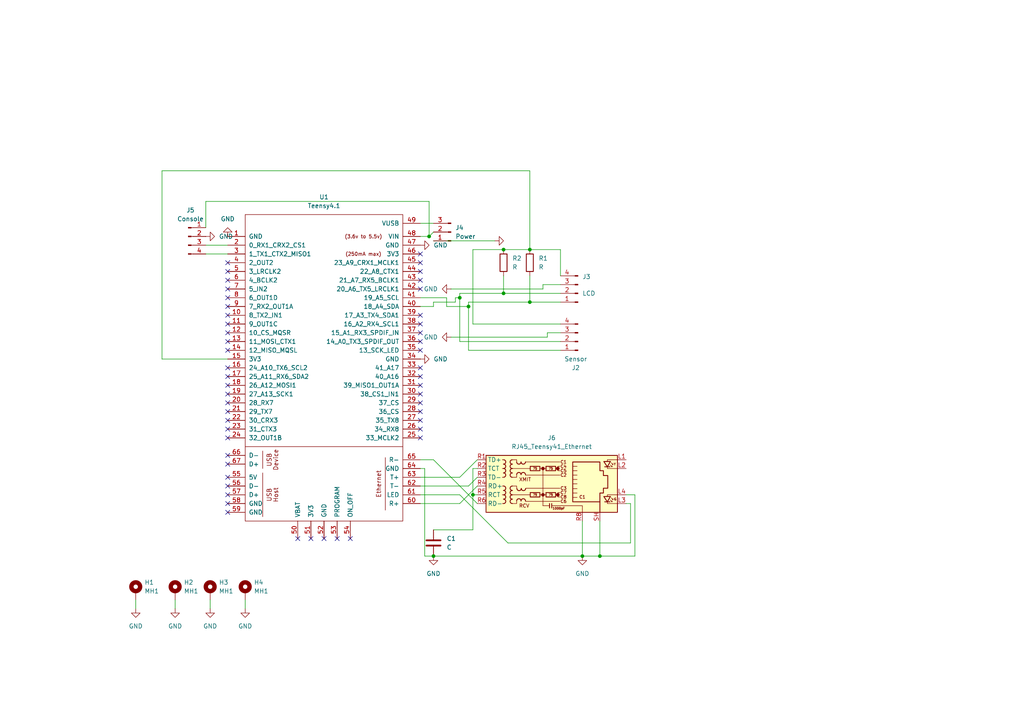
<source format=kicad_sch>
(kicad_sch
	(version 20231120)
	(generator "eeschema")
	(generator_version "8.0")
	(uuid "c0d3cc9d-2c4d-4989-9076-14c65ceed38c")
	(paper "A4")
	(title_block
		(title "Temp / Humidity Sensor Board")
		(date "2024-08-22")
		(rev "V 1.2")
		(comment 1 "LED Display gets more room")
		(comment 2 "Wrong routing for the LED fixed")
		(comment 3 "Mountin holes added")
	)
	(lib_symbols
		(symbol "Connector:Conn_01x03_Pin"
			(pin_names
				(offset 1.016) hide)
			(exclude_from_sim no)
			(in_bom yes)
			(on_board yes)
			(property "Reference" "J"
				(at 0 5.08 0)
				(effects
					(font
						(size 1.27 1.27)
					)
				)
			)
			(property "Value" "Conn_01x03_Pin"
				(at 0 -5.08 0)
				(effects
					(font
						(size 1.27 1.27)
					)
				)
			)
			(property "Footprint" ""
				(at 0 0 0)
				(effects
					(font
						(size 1.27 1.27)
					)
					(hide yes)
				)
			)
			(property "Datasheet" "~"
				(at 0 0 0)
				(effects
					(font
						(size 1.27 1.27)
					)
					(hide yes)
				)
			)
			(property "Description" "Generic connector, single row, 01x03, script generated"
				(at 0 0 0)
				(effects
					(font
						(size 1.27 1.27)
					)
					(hide yes)
				)
			)
			(property "ki_locked" ""
				(at 0 0 0)
				(effects
					(font
						(size 1.27 1.27)
					)
				)
			)
			(property "ki_keywords" "connector"
				(at 0 0 0)
				(effects
					(font
						(size 1.27 1.27)
					)
					(hide yes)
				)
			)
			(property "ki_fp_filters" "Connector*:*_1x??_*"
				(at 0 0 0)
				(effects
					(font
						(size 1.27 1.27)
					)
					(hide yes)
				)
			)
			(symbol "Conn_01x03_Pin_1_1"
				(polyline
					(pts
						(xy 1.27 -2.54) (xy 0.8636 -2.54)
					)
					(stroke
						(width 0.1524)
						(type default)
					)
					(fill
						(type none)
					)
				)
				(polyline
					(pts
						(xy 1.27 0) (xy 0.8636 0)
					)
					(stroke
						(width 0.1524)
						(type default)
					)
					(fill
						(type none)
					)
				)
				(polyline
					(pts
						(xy 1.27 2.54) (xy 0.8636 2.54)
					)
					(stroke
						(width 0.1524)
						(type default)
					)
					(fill
						(type none)
					)
				)
				(rectangle
					(start 0.8636 -2.413)
					(end 0 -2.667)
					(stroke
						(width 0.1524)
						(type default)
					)
					(fill
						(type outline)
					)
				)
				(rectangle
					(start 0.8636 0.127)
					(end 0 -0.127)
					(stroke
						(width 0.1524)
						(type default)
					)
					(fill
						(type outline)
					)
				)
				(rectangle
					(start 0.8636 2.667)
					(end 0 2.413)
					(stroke
						(width 0.1524)
						(type default)
					)
					(fill
						(type outline)
					)
				)
				(pin passive line
					(at 5.08 2.54 180)
					(length 3.81)
					(name "Pin_1"
						(effects
							(font
								(size 1.27 1.27)
							)
						)
					)
					(number "1"
						(effects
							(font
								(size 1.27 1.27)
							)
						)
					)
				)
				(pin passive line
					(at 5.08 0 180)
					(length 3.81)
					(name "Pin_2"
						(effects
							(font
								(size 1.27 1.27)
							)
						)
					)
					(number "2"
						(effects
							(font
								(size 1.27 1.27)
							)
						)
					)
				)
				(pin passive line
					(at 5.08 -2.54 180)
					(length 3.81)
					(name "Pin_3"
						(effects
							(font
								(size 1.27 1.27)
							)
						)
					)
					(number "3"
						(effects
							(font
								(size 1.27 1.27)
							)
						)
					)
				)
			)
		)
		(symbol "Connector:Conn_01x04_Pin"
			(pin_names
				(offset 1.016) hide)
			(exclude_from_sim no)
			(in_bom yes)
			(on_board yes)
			(property "Reference" "J"
				(at 0 5.08 0)
				(effects
					(font
						(size 1.27 1.27)
					)
				)
			)
			(property "Value" "Conn_01x04_Pin"
				(at 0 -7.62 0)
				(effects
					(font
						(size 1.27 1.27)
					)
				)
			)
			(property "Footprint" ""
				(at 0 0 0)
				(effects
					(font
						(size 1.27 1.27)
					)
					(hide yes)
				)
			)
			(property "Datasheet" "~"
				(at 0 0 0)
				(effects
					(font
						(size 1.27 1.27)
					)
					(hide yes)
				)
			)
			(property "Description" "Generic connector, single row, 01x04, script generated"
				(at 0 0 0)
				(effects
					(font
						(size 1.27 1.27)
					)
					(hide yes)
				)
			)
			(property "ki_locked" ""
				(at 0 0 0)
				(effects
					(font
						(size 1.27 1.27)
					)
				)
			)
			(property "ki_keywords" "connector"
				(at 0 0 0)
				(effects
					(font
						(size 1.27 1.27)
					)
					(hide yes)
				)
			)
			(property "ki_fp_filters" "Connector*:*_1x??_*"
				(at 0 0 0)
				(effects
					(font
						(size 1.27 1.27)
					)
					(hide yes)
				)
			)
			(symbol "Conn_01x04_Pin_1_1"
				(polyline
					(pts
						(xy 1.27 -5.08) (xy 0.8636 -5.08)
					)
					(stroke
						(width 0.1524)
						(type default)
					)
					(fill
						(type none)
					)
				)
				(polyline
					(pts
						(xy 1.27 -2.54) (xy 0.8636 -2.54)
					)
					(stroke
						(width 0.1524)
						(type default)
					)
					(fill
						(type none)
					)
				)
				(polyline
					(pts
						(xy 1.27 0) (xy 0.8636 0)
					)
					(stroke
						(width 0.1524)
						(type default)
					)
					(fill
						(type none)
					)
				)
				(polyline
					(pts
						(xy 1.27 2.54) (xy 0.8636 2.54)
					)
					(stroke
						(width 0.1524)
						(type default)
					)
					(fill
						(type none)
					)
				)
				(rectangle
					(start 0.8636 -4.953)
					(end 0 -5.207)
					(stroke
						(width 0.1524)
						(type default)
					)
					(fill
						(type outline)
					)
				)
				(rectangle
					(start 0.8636 -2.413)
					(end 0 -2.667)
					(stroke
						(width 0.1524)
						(type default)
					)
					(fill
						(type outline)
					)
				)
				(rectangle
					(start 0.8636 0.127)
					(end 0 -0.127)
					(stroke
						(width 0.1524)
						(type default)
					)
					(fill
						(type outline)
					)
				)
				(rectangle
					(start 0.8636 2.667)
					(end 0 2.413)
					(stroke
						(width 0.1524)
						(type default)
					)
					(fill
						(type outline)
					)
				)
				(pin passive line
					(at 5.08 2.54 180)
					(length 3.81)
					(name "Pin_1"
						(effects
							(font
								(size 1.27 1.27)
							)
						)
					)
					(number "1"
						(effects
							(font
								(size 1.27 1.27)
							)
						)
					)
				)
				(pin passive line
					(at 5.08 0 180)
					(length 3.81)
					(name "Pin_2"
						(effects
							(font
								(size 1.27 1.27)
							)
						)
					)
					(number "2"
						(effects
							(font
								(size 1.27 1.27)
							)
						)
					)
				)
				(pin passive line
					(at 5.08 -2.54 180)
					(length 3.81)
					(name "Pin_3"
						(effects
							(font
								(size 1.27 1.27)
							)
						)
					)
					(number "3"
						(effects
							(font
								(size 1.27 1.27)
							)
						)
					)
				)
				(pin passive line
					(at 5.08 -5.08 180)
					(length 3.81)
					(name "Pin_4"
						(effects
							(font
								(size 1.27 1.27)
							)
						)
					)
					(number "4"
						(effects
							(font
								(size 1.27 1.27)
							)
						)
					)
				)
			)
		)
		(symbol "Daenus_Connector:RJ45_Teensy41_Ethernet"
			(exclude_from_sim no)
			(in_bom yes)
			(on_board yes)
			(property "Reference" "J"
				(at 18.415 10.16 0)
				(effects
					(font
						(size 1.27 1.27)
					)
					(justify right)
				)
			)
			(property "Value" "RJ45_Teensy41_Ethernet"
				(at -12.954 10.414 0)
				(effects
					(font
						(size 1.27 1.27)
					)
					(justify left)
				)
			)
			(property "Footprint" "Connector_RJ:RJ45_Amphenol_RJMG1BD3B8K1ANR"
				(at 0.254 13.97 0)
				(effects
					(font
						(size 1.27 1.27)
					)
					(hide yes)
				)
			)
			(property "Datasheet" "Angepasst für Teensy 4.1 Ethernet Header"
				(at 0 18.542 0)
				(effects
					(font
						(size 1.27 1.27)
					)
					(hide yes)
				)
			)
			(property "Description" "1 Port RJ45 Magjack Connector Through Hole 10/100 Base-T, AutoMDIX"
				(at 0.762 -22.352 0)
				(effects
					(font
						(size 1.27 1.27)
					)
					(hide yes)
				)
			)
			(property "ki_keywords" "RJ45 Magjack Socket"
				(at 0 0 0)
				(effects
					(font
						(size 1.27 1.27)
					)
					(hide yes)
				)
			)
			(property "ki_fp_filters" "RJ45*Amphenol*RJMG1BD3B8K1ANR*"
				(at 0 0 0)
				(effects
					(font
						(size 1.27 1.27)
					)
					(hide yes)
				)
			)
			(symbol "RJ45_Teensy41_Ethernet_0_0"
				(circle
					(center -1.27 -2.54)
					(radius 0.0001)
					(stroke
						(width 0.508)
						(type default)
					)
					(fill
						(type none)
					)
				)
				(circle
					(center -1.27 5.08)
					(radius 0.0001)
					(stroke
						(width 0.508)
						(type default)
					)
					(fill
						(type none)
					)
				)
				(polyline
					(pts
						(xy -1.27 5.08) (xy -1.27 -5.715)
					)
					(stroke
						(width 0)
						(type default)
					)
					(fill
						(type none)
					)
				)
				(polyline
					(pts
						(xy 0.635 -5.08) (xy 0.635 -6.35)
					)
					(stroke
						(width 0.254)
						(type default)
					)
					(fill
						(type none)
					)
				)
				(polyline
					(pts
						(xy 1.27 -5.08) (xy 1.27 -6.35)
					)
					(stroke
						(width 0.254)
						(type default)
					)
					(fill
						(type none)
					)
				)
				(polyline
					(pts
						(xy 3.048 -2.54) (xy 2.54 -2.54)
					)
					(stroke
						(width 0)
						(type default)
					)
					(fill
						(type none)
					)
				)
				(polyline
					(pts
						(xy 3.048 5.08) (xy 2.54 5.08)
					)
					(stroke
						(width 0)
						(type default)
					)
					(fill
						(type none)
					)
				)
				(polyline
					(pts
						(xy 17.399 -3.048) (xy 17.399 -2.54) (xy 20.32 -2.54)
					)
					(stroke
						(width 0)
						(type default)
					)
					(fill
						(type none)
					)
				)
				(polyline
					(pts
						(xy 17.399 7.112) (xy 17.399 7.62) (xy 20.32 7.62)
					)
					(stroke
						(width 0)
						(type default)
					)
					(fill
						(type none)
					)
				)
				(polyline
					(pts
						(xy 20.32 -5.08) (xy 17.399 -5.08) (xy 17.399 -4.572)
					)
					(stroke
						(width 0)
						(type default)
					)
					(fill
						(type none)
					)
				)
				(polyline
					(pts
						(xy 20.32 5.08) (xy 17.399 5.08) (xy 17.399 5.588)
					)
					(stroke
						(width 0)
						(type default)
					)
					(fill
						(type none)
					)
				)
				(polyline
					(pts
						(xy 3.683 -1.905) (xy 3.048 -1.905) (xy 3.048 -3.175) (xy 3.683 -3.175)
					)
					(stroke
						(width 0)
						(type default)
					)
					(fill
						(type none)
					)
				)
				(polyline
					(pts
						(xy 3.683 5.715) (xy 3.048 5.715) (xy 3.048 4.445) (xy 3.683 4.445)
					)
					(stroke
						(width 0)
						(type default)
					)
					(fill
						(type none)
					)
				)
				(circle
					(center 3.048 -2.54)
					(radius 0.0001)
					(stroke
						(width 0.508)
						(type default)
					)
					(fill
						(type none)
					)
				)
				(circle
					(center 3.048 5.08)
					(radius 0.0001)
					(stroke
						(width 0.508)
						(type default)
					)
					(fill
						(type none)
					)
				)
				(text "C1"
					(at 4.699 6.985 0)
					(effects
						(font
							(size 0.889 0.889)
						)
					)
				)
				(text "C1"
					(at 10.16 -3.175 0)
					(effects
						(font
							(size 0.889 0.889)
						)
					)
				)
				(text "C2"
					(at 4.699 3.175 0)
					(effects
						(font
							(size 0.889 0.889)
						)
					)
				)
				(text "C3"
					(at 4.699 -0.635 0)
					(effects
						(font
							(size 0.889 0.889)
						)
					)
				)
				(text "C4"
					(at 4.699 5.715 0)
					(effects
						(font
							(size 0.889 0.889)
						)
					)
				)
				(text "C5"
					(at 4.699 4.445 0)
					(effects
						(font
							(size 0.889 0.889)
						)
					)
				)
				(text "C6"
					(at 4.699 -4.445 0)
					(effects
						(font
							(size 0.889 0.889)
						)
					)
				)
				(text "C7"
					(at 4.699 -1.905 0)
					(effects
						(font
							(size 0.889 0.889)
						)
					)
				)
				(text "C8"
					(at 4.699 -3.175 0)
					(effects
						(font
							(size 0.889 0.889)
						)
					)
				)
				(text "RCV"
					(at -8.255 -5.715 0)
					(effects
						(font
							(size 1.016 1.016)
						)
						(justify left)
					)
				)
				(text "XMIT"
					(at -8.255 1.905 0)
					(effects
						(font
							(size 1.016 1.016)
						)
						(justify left)
					)
				)
			)
			(symbol "RJ45_Teensy41_Ethernet_0_1"
				(rectangle
					(start -17.78 8.89)
					(end 20.32 -7.62)
					(stroke
						(width 0.254)
						(type default)
					)
					(fill
						(type background)
					)
				)
				(polyline
					(pts
						(xy -12.7 -5.08) (xy -13.081 -5.08)
					)
					(stroke
						(width 0)
						(type default)
					)
					(fill
						(type none)
					)
				)
				(polyline
					(pts
						(xy -12.7 -2.54) (xy -13.081 -2.54)
					)
					(stroke
						(width 0)
						(type default)
					)
					(fill
						(type none)
					)
				)
				(polyline
					(pts
						(xy -12.7 0) (xy -13.081 0)
					)
					(stroke
						(width 0)
						(type default)
					)
					(fill
						(type none)
					)
				)
				(polyline
					(pts
						(xy -12.7 2.54) (xy -13.081 2.54)
					)
					(stroke
						(width 0)
						(type default)
					)
					(fill
						(type none)
					)
				)
				(polyline
					(pts
						(xy -12.7 5.08) (xy -13.081 5.08)
					)
					(stroke
						(width 0)
						(type default)
					)
					(fill
						(type none)
					)
				)
				(polyline
					(pts
						(xy -12.7 7.62) (xy -13.081 7.62)
					)
					(stroke
						(width 0)
						(type default)
					)
					(fill
						(type none)
					)
				)
				(polyline
					(pts
						(xy -6.35 -4.445) (xy 3.683 -4.445)
					)
					(stroke
						(width 0)
						(type default)
					)
					(fill
						(type none)
					)
				)
				(polyline
					(pts
						(xy -6.35 3.175) (xy 3.683 3.175)
					)
					(stroke
						(width 0)
						(type default)
					)
					(fill
						(type none)
					)
				)
				(polyline
					(pts
						(xy -6.35 6.985) (xy 3.683 6.985)
					)
					(stroke
						(width 0)
						(type default)
					)
					(fill
						(type none)
					)
				)
				(polyline
					(pts
						(xy -6.223 -0.635) (xy 3.683 -0.635)
					)
					(stroke
						(width 0)
						(type default)
					)
					(fill
						(type none)
					)
				)
				(polyline
					(pts
						(xy -5.08 -2.54) (xy -10.16 -2.54)
					)
					(stroke
						(width 0)
						(type default)
					)
					(fill
						(type none)
					)
				)
				(polyline
					(pts
						(xy -4.953 5.08) (xy -10.16 5.08)
					)
					(stroke
						(width 0)
						(type default)
					)
					(fill
						(type none)
					)
				)
				(polyline
					(pts
						(xy -2.159 -2.54) (xy -0.381 -2.54)
					)
					(stroke
						(width 0)
						(type default)
					)
					(fill
						(type none)
					)
				)
				(polyline
					(pts
						(xy -2.159 5.08) (xy -0.381 5.08)
					)
					(stroke
						(width 0)
						(type default)
					)
					(fill
						(type none)
					)
				)
				(polyline
					(pts
						(xy 0.635 -5.715) (xy -1.27 -5.715)
					)
					(stroke
						(width 0)
						(type default)
					)
					(fill
						(type none)
					)
				)
				(polyline
					(pts
						(xy 7.366 -2.032) (xy 8.636 -2.032)
					)
					(stroke
						(width 0)
						(type default)
					)
					(fill
						(type none)
					)
				)
				(polyline
					(pts
						(xy 7.366 -0.762) (xy 8.636 -0.762)
					)
					(stroke
						(width 0)
						(type default)
					)
					(fill
						(type none)
					)
				)
				(polyline
					(pts
						(xy 7.366 0.635) (xy 8.636 0.635)
					)
					(stroke
						(width 0)
						(type default)
					)
					(fill
						(type none)
					)
				)
				(polyline
					(pts
						(xy 7.366 1.905) (xy 8.636 1.905)
					)
					(stroke
						(width 0)
						(type default)
					)
					(fill
						(type none)
					)
				)
				(polyline
					(pts
						(xy 7.366 3.175) (xy 8.636 3.175)
					)
					(stroke
						(width 0)
						(type default)
					)
					(fill
						(type none)
					)
				)
				(polyline
					(pts
						(xy 8.636 -3.302) (xy 7.366 -3.302)
					)
					(stroke
						(width 0)
						(type default)
					)
					(fill
						(type none)
					)
				)
				(polyline
					(pts
						(xy 8.636 4.445) (xy 7.366 4.445)
					)
					(stroke
						(width 0)
						(type default)
					)
					(fill
						(type none)
					)
				)
				(polyline
					(pts
						(xy 8.636 5.715) (xy 7.366 5.715)
					)
					(stroke
						(width 0)
						(type default)
					)
					(fill
						(type none)
					)
				)
				(polyline
					(pts
						(xy 10.16 -5.715) (xy 1.27 -5.715)
					)
					(stroke
						(width 0)
						(type default)
					)
					(fill
						(type none)
					)
				)
				(polyline
					(pts
						(xy 10.16 -5.715) (xy 10.16 -7.62)
					)
					(stroke
						(width 0)
						(type default)
					)
					(fill
						(type none)
					)
				)
				(polyline
					(pts
						(xy -10.16 0) (xy -8.89 0) (xy -8.89 -0.635)
					)
					(stroke
						(width 0)
						(type default)
					)
					(fill
						(type none)
					)
				)
				(polyline
					(pts
						(xy -10.16 7.62) (xy -8.89 7.62) (xy -8.89 6.985)
					)
					(stroke
						(width 0)
						(type default)
					)
					(fill
						(type none)
					)
				)
				(polyline
					(pts
						(xy -8.89 -4.445) (xy -8.89 -5.08) (xy -10.16 -5.08)
					)
					(stroke
						(width 0)
						(type default)
					)
					(fill
						(type none)
					)
				)
				(polyline
					(pts
						(xy -8.89 3.175) (xy -8.89 2.54) (xy -10.16 2.54)
					)
					(stroke
						(width 0)
						(type default)
					)
					(fill
						(type none)
					)
				)
			)
			(symbol "RJ45_Teensy41_Ethernet_1_0"
				(text "1000pF"
					(at 3.302 -6.477 0)
					(effects
						(font
							(size 0.635 0.635)
						)
					)
				)
			)
			(symbol "RJ45_Teensy41_Ethernet_1_1"
				(arc
					(start -12.7 -1.27)
					(mid -12.0677 -0.635)
					(end -12.7 0)
					(stroke
						(width 0.254)
						(type default)
					)
					(fill
						(type none)
					)
				)
				(arc
					(start -12.6973 -5.08)
					(mid -12.065 -4.445)
					(end -12.6973 -3.81)
					(stroke
						(width 0.254)
						(type default)
					)
					(fill
						(type none)
					)
				)
				(arc
					(start -12.6973 -3.81)
					(mid -12.065 -3.175)
					(end -12.6973 -2.54)
					(stroke
						(width 0.254)
						(type default)
					)
					(fill
						(type none)
					)
				)
				(arc
					(start -12.6973 -2.54)
					(mid -12.065 -1.905)
					(end -12.6973 -1.27)
					(stroke
						(width 0.254)
						(type default)
					)
					(fill
						(type none)
					)
				)
				(arc
					(start -12.6973 6.35)
					(mid -12.065 6.985)
					(end -12.6973 7.62)
					(stroke
						(width 0.254)
						(type default)
					)
					(fill
						(type none)
					)
				)
				(arc
					(start -12.6946 2.54)
					(mid -12.0623 3.175)
					(end -12.6946 3.81)
					(stroke
						(width 0.254)
						(type default)
					)
					(fill
						(type none)
					)
				)
				(arc
					(start -12.6946 3.81)
					(mid -12.0623 4.445)
					(end -12.6946 5.08)
					(stroke
						(width 0.254)
						(type default)
					)
					(fill
						(type none)
					)
				)
				(arc
					(start -12.6946 5.08)
					(mid -12.0623 5.715)
					(end -12.6946 6.35)
					(stroke
						(width 0.254)
						(type default)
					)
					(fill
						(type none)
					)
				)
				(arc
					(start -10.1654 -2.54)
					(mid -10.7977 -3.175)
					(end -10.1654 -3.81)
					(stroke
						(width 0.254)
						(type default)
					)
					(fill
						(type none)
					)
				)
				(arc
					(start -10.1654 -1.27)
					(mid -10.7977 -1.905)
					(end -10.1654 -2.54)
					(stroke
						(width 0.254)
						(type default)
					)
					(fill
						(type none)
					)
				)
				(arc
					(start -10.1654 0)
					(mid -10.7977 -0.635)
					(end -10.1654 -1.27)
					(stroke
						(width 0.254)
						(type default)
					)
					(fill
						(type none)
					)
				)
				(arc
					(start -10.1654 5.08)
					(mid -10.7977 4.445)
					(end -10.1654 3.81)
					(stroke
						(width 0.254)
						(type default)
					)
					(fill
						(type none)
					)
				)
				(arc
					(start -10.1654 6.35)
					(mid -10.7977 5.715)
					(end -10.1654 5.08)
					(stroke
						(width 0.254)
						(type default)
					)
					(fill
						(type none)
					)
				)
				(arc
					(start -10.1654 7.62)
					(mid -10.7977 6.985)
					(end -10.1654 6.35)
					(stroke
						(width 0.254)
						(type default)
					)
					(fill
						(type none)
					)
				)
				(arc
					(start -10.1627 -3.81)
					(mid -10.795 -4.445)
					(end -10.1627 -5.08)
					(stroke
						(width 0.254)
						(type default)
					)
					(fill
						(type none)
					)
				)
				(arc
					(start -10.1627 3.81)
					(mid -10.795 3.175)
					(end -10.1627 2.54)
					(stroke
						(width 0.254)
						(type default)
					)
					(fill
						(type none)
					)
				)
				(arc
					(start -8.89 6.9823)
					(mid -8.255 6.35)
					(end -7.62 6.9823)
					(stroke
						(width 0.254)
						(type default)
					)
					(fill
						(type none)
					)
				)
				(arc
					(start -8.8265 -0.7012)
					(mid -8.1915 -1.3335)
					(end -7.5565 -0.7012)
					(stroke
						(width 0.254)
						(type default)
					)
					(fill
						(type none)
					)
				)
				(arc
					(start -7.62 -4.3153)
					(mid -8.255 -3.683)
					(end -8.89 -4.3153)
					(stroke
						(width 0.254)
						(type default)
					)
					(fill
						(type none)
					)
				)
				(arc
					(start -7.62 3.3047)
					(mid -8.255 3.937)
					(end -8.89 3.3047)
					(stroke
						(width 0.254)
						(type default)
					)
					(fill
						(type none)
					)
				)
				(arc
					(start -7.62 6.985)
					(mid -6.985 6.3527)
					(end -6.35 6.985)
					(stroke
						(width 0.254)
						(type default)
					)
					(fill
						(type none)
					)
				)
				(arc
					(start -7.5565 -0.6985)
					(mid -6.9215 -1.3308)
					(end -6.2865 -0.6985)
					(stroke
						(width 0.254)
						(type default)
					)
					(fill
						(type none)
					)
				)
				(arc
					(start -6.35 -4.3126)
					(mid -6.985 -3.6803)
					(end -7.62 -4.3126)
					(stroke
						(width 0.254)
						(type default)
					)
					(fill
						(type none)
					)
				)
				(arc
					(start -6.35 3.3074)
					(mid -6.985 3.9397)
					(end -7.62 3.3074)
					(stroke
						(width 0.254)
						(type default)
					)
					(fill
						(type none)
					)
				)
				(rectangle
					(start -4.953 -1.905)
					(end -2.159 -3.175)
					(stroke
						(width 0.254)
						(type default)
					)
					(fill
						(type none)
					)
				)
				(rectangle
					(start -4.953 5.715)
					(end -2.159 4.445)
					(stroke
						(width 0.254)
						(type default)
					)
					(fill
						(type none)
					)
				)
				(rectangle
					(start -0.381 -1.905)
					(end 2.413 -3.175)
					(stroke
						(width 0.254)
						(type default)
					)
					(fill
						(type none)
					)
				)
				(rectangle
					(start -0.381 5.715)
					(end 2.413 4.445)
					(stroke
						(width 0.254)
						(type default)
					)
					(fill
						(type none)
					)
				)
				(polyline
					(pts
						(xy 15.24 -7.62) (xy 15.24 -4.572)
					)
					(stroke
						(width 0.254)
						(type default)
					)
					(fill
						(type none)
					)
				)
				(polyline
					(pts
						(xy 18.161 -4.572) (xy 16.637 -4.572)
					)
					(stroke
						(width 0.254)
						(type default)
					)
					(fill
						(type none)
					)
				)
				(polyline
					(pts
						(xy 18.161 5.588) (xy 16.637 5.588)
					)
					(stroke
						(width 0.254)
						(type default)
					)
					(fill
						(type none)
					)
				)
				(polyline
					(pts
						(xy 18.796 -4.572) (xy 18.796 -4.318)
					)
					(stroke
						(width 0)
						(type default)
					)
					(fill
						(type none)
					)
				)
				(polyline
					(pts
						(xy 18.796 5.588) (xy 18.796 5.842)
					)
					(stroke
						(width 0)
						(type default)
					)
					(fill
						(type none)
					)
				)
				(polyline
					(pts
						(xy 19.05 -3.937) (xy 19.05 -3.683)
					)
					(stroke
						(width 0)
						(type default)
					)
					(fill
						(type none)
					)
				)
				(polyline
					(pts
						(xy 19.05 6.223) (xy 19.05 6.477)
					)
					(stroke
						(width 0)
						(type default)
					)
					(fill
						(type none)
					)
				)
				(polyline
					(pts
						(xy 18.288 -4.064) (xy 18.796 -4.572) (xy 18.542 -4.572)
					)
					(stroke
						(width 0)
						(type default)
					)
					(fill
						(type none)
					)
				)
				(polyline
					(pts
						(xy 18.288 6.096) (xy 18.796 5.588) (xy 18.542 5.588)
					)
					(stroke
						(width 0)
						(type default)
					)
					(fill
						(type none)
					)
				)
				(polyline
					(pts
						(xy 18.542 -3.429) (xy 19.05 -3.937) (xy 18.796 -3.937)
					)
					(stroke
						(width 0)
						(type default)
					)
					(fill
						(type none)
					)
				)
				(polyline
					(pts
						(xy 18.542 6.731) (xy 19.05 6.223) (xy 18.796 6.223)
					)
					(stroke
						(width 0)
						(type default)
					)
					(fill
						(type none)
					)
				)
				(polyline
					(pts
						(xy 18.288 -3.048) (xy 16.383 -3.048) (xy 17.399 -4.572) (xy 18.288 -3.048)
					)
					(stroke
						(width 0.254)
						(type default)
					)
					(fill
						(type none)
					)
				)
				(polyline
					(pts
						(xy 18.288 7.112) (xy 16.383 7.112) (xy 17.399 5.588) (xy 18.288 7.112)
					)
					(stroke
						(width 0.254)
						(type default)
					)
					(fill
						(type none)
					)
				)
				(polyline
					(pts
						(xy 7.366 -4.572) (xy 7.366 6.985) (xy 15.24 6.985) (xy 15.24 4.445) (xy 16.256 4.445) (xy 16.256 3.048)
						(xy 17.526 3.048) (xy 17.526 -0.635) (xy 16.256 -0.635) (xy 16.256 -2.032) (xy 15.24 -2.032) (xy 15.24 -4.572)
						(xy 7.366 -4.572)
					)
					(stroke
						(width 0.254)
						(type default)
					)
					(fill
						(type none)
					)
				)
				(text "75"
					(at -3.556 -2.54 0)
					(effects
						(font
							(size 0.635 0.635)
						)
					)
				)
				(text "75"
					(at -3.556 5.08 0)
					(effects
						(font
							(size 0.635 0.635)
						)
					)
				)
				(text "75"
					(at 1.016 -2.54 0)
					(effects
						(font
							(size 0.635 0.635)
						)
					)
				)
				(text "75"
					(at 1.016 5.08 0)
					(effects
						(font
							(size 0.635 0.635)
						)
					)
				)
				(text "G"
					(at 19.685 -3.81 0)
					(effects
						(font
							(size 0.635 0.635)
						)
					)
				)
				(text "Y"
					(at 19.558 6.35 0)
					(effects
						(font
							(size 0.635 0.635)
						)
					)
				)
				(pin passive line
					(at 22.86 7.62 180)
					(length 2.54)
					(name ""
						(effects
							(font
								(size 1.27 1.27)
							)
						)
					)
					(number "L1"
						(effects
							(font
								(size 1.27 1.27)
							)
						)
					)
				)
				(pin passive line
					(at 22.86 5.08 180)
					(length 2.54)
					(name ""
						(effects
							(font
								(size 1.27 1.27)
							)
						)
					)
					(number "L2"
						(effects
							(font
								(size 1.27 1.27)
							)
						)
					)
				)
				(pin passive line
					(at 22.86 -5.08 180)
					(length 2.54)
					(name ""
						(effects
							(font
								(size 1.27 1.27)
							)
						)
					)
					(number "L3"
						(effects
							(font
								(size 1.27 1.27)
							)
						)
					)
				)
				(pin passive line
					(at 22.86 -2.54 180)
					(length 2.54)
					(name ""
						(effects
							(font
								(size 1.27 1.27)
							)
						)
					)
					(number "L4"
						(effects
							(font
								(size 1.27 1.27)
							)
						)
					)
				)
				(pin passive line
					(at -20.32 7.62 0)
					(length 2.54)
					(name "TD+"
						(effects
							(font
								(size 1.27 1.27)
							)
						)
					)
					(number "R1"
						(effects
							(font
								(size 1.27 1.27)
							)
						)
					)
				)
				(pin passive line
					(at -20.32 5.08 0)
					(length 2.54)
					(name "TCT"
						(effects
							(font
								(size 1.27 1.27)
							)
						)
					)
					(number "R2"
						(effects
							(font
								(size 1.27 1.27)
							)
						)
					)
				)
				(pin passive line
					(at -20.32 2.54 0)
					(length 2.54)
					(name "TD-"
						(effects
							(font
								(size 1.27 1.27)
							)
						)
					)
					(number "R3"
						(effects
							(font
								(size 1.27 1.27)
							)
						)
					)
				)
				(pin passive line
					(at -20.32 0 0)
					(length 2.54)
					(name "RD+"
						(effects
							(font
								(size 1.27 1.27)
							)
						)
					)
					(number "R4"
						(effects
							(font
								(size 1.27 1.27)
							)
						)
					)
				)
				(pin passive line
					(at -20.32 -2.54 0)
					(length 2.54)
					(name "RCT"
						(effects
							(font
								(size 1.27 1.27)
							)
						)
					)
					(number "R5"
						(effects
							(font
								(size 1.27 1.27)
							)
						)
					)
				)
				(pin passive line
					(at -20.32 -5.08 0)
					(length 2.54)
					(name "RD-"
						(effects
							(font
								(size 1.27 1.27)
							)
						)
					)
					(number "R6"
						(effects
							(font
								(size 1.27 1.27)
							)
						)
					)
				)
				(pin no_connect line
					(at 20.32 0 0)
					(length 0) hide
					(name "NC"
						(effects
							(font
								(size 1.27 1.27)
							)
						)
					)
					(number "R7"
						(effects
							(font
								(size 1.27 1.27)
							)
						)
					)
				)
				(pin power_in line
					(at 10.16 -10.16 90)
					(length 2.54)
					(name ""
						(effects
							(font
								(size 1.27 1.27)
							)
						)
					)
					(number "R8"
						(effects
							(font
								(size 1.27 1.27)
							)
						)
					)
				)
				(pin passive line
					(at 15.24 -10.16 90)
					(length 2.54)
					(name ""
						(effects
							(font
								(size 1.27 1.27)
							)
						)
					)
					(number "SH"
						(effects
							(font
								(size 1.27 1.27)
							)
						)
					)
				)
			)
		)
		(symbol "Device:C"
			(pin_numbers hide)
			(pin_names
				(offset 0.254)
			)
			(exclude_from_sim no)
			(in_bom yes)
			(on_board yes)
			(property "Reference" "C"
				(at 0.635 2.54 0)
				(effects
					(font
						(size 1.27 1.27)
					)
					(justify left)
				)
			)
			(property "Value" "C"
				(at 0.635 -2.54 0)
				(effects
					(font
						(size 1.27 1.27)
					)
					(justify left)
				)
			)
			(property "Footprint" ""
				(at 0.9652 -3.81 0)
				(effects
					(font
						(size 1.27 1.27)
					)
					(hide yes)
				)
			)
			(property "Datasheet" "~"
				(at 0 0 0)
				(effects
					(font
						(size 1.27 1.27)
					)
					(hide yes)
				)
			)
			(property "Description" "Unpolarized capacitor"
				(at 0 0 0)
				(effects
					(font
						(size 1.27 1.27)
					)
					(hide yes)
				)
			)
			(property "ki_keywords" "cap capacitor"
				(at 0 0 0)
				(effects
					(font
						(size 1.27 1.27)
					)
					(hide yes)
				)
			)
			(property "ki_fp_filters" "C_*"
				(at 0 0 0)
				(effects
					(font
						(size 1.27 1.27)
					)
					(hide yes)
				)
			)
			(symbol "C_0_1"
				(polyline
					(pts
						(xy -2.032 -0.762) (xy 2.032 -0.762)
					)
					(stroke
						(width 0.508)
						(type default)
					)
					(fill
						(type none)
					)
				)
				(polyline
					(pts
						(xy -2.032 0.762) (xy 2.032 0.762)
					)
					(stroke
						(width 0.508)
						(type default)
					)
					(fill
						(type none)
					)
				)
			)
			(symbol "C_1_1"
				(pin passive line
					(at 0 3.81 270)
					(length 2.794)
					(name "~"
						(effects
							(font
								(size 1.27 1.27)
							)
						)
					)
					(number "1"
						(effects
							(font
								(size 1.27 1.27)
							)
						)
					)
				)
				(pin passive line
					(at 0 -3.81 90)
					(length 2.794)
					(name "~"
						(effects
							(font
								(size 1.27 1.27)
							)
						)
					)
					(number "2"
						(effects
							(font
								(size 1.27 1.27)
							)
						)
					)
				)
			)
		)
		(symbol "Device:R"
			(pin_numbers hide)
			(pin_names
				(offset 0)
			)
			(exclude_from_sim no)
			(in_bom yes)
			(on_board yes)
			(property "Reference" "R"
				(at 2.032 0 90)
				(effects
					(font
						(size 1.27 1.27)
					)
				)
			)
			(property "Value" "R"
				(at 0 0 90)
				(effects
					(font
						(size 1.27 1.27)
					)
				)
			)
			(property "Footprint" ""
				(at -1.778 0 90)
				(effects
					(font
						(size 1.27 1.27)
					)
					(hide yes)
				)
			)
			(property "Datasheet" "~"
				(at 0 0 0)
				(effects
					(font
						(size 1.27 1.27)
					)
					(hide yes)
				)
			)
			(property "Description" "Resistor"
				(at 0 0 0)
				(effects
					(font
						(size 1.27 1.27)
					)
					(hide yes)
				)
			)
			(property "ki_keywords" "R res resistor"
				(at 0 0 0)
				(effects
					(font
						(size 1.27 1.27)
					)
					(hide yes)
				)
			)
			(property "ki_fp_filters" "R_*"
				(at 0 0 0)
				(effects
					(font
						(size 1.27 1.27)
					)
					(hide yes)
				)
			)
			(symbol "R_0_1"
				(rectangle
					(start -1.016 -2.54)
					(end 1.016 2.54)
					(stroke
						(width 0.254)
						(type default)
					)
					(fill
						(type none)
					)
				)
			)
			(symbol "R_1_1"
				(pin passive line
					(at 0 3.81 270)
					(length 1.27)
					(name "~"
						(effects
							(font
								(size 1.27 1.27)
							)
						)
					)
					(number "1"
						(effects
							(font
								(size 1.27 1.27)
							)
						)
					)
				)
				(pin passive line
					(at 0 -3.81 90)
					(length 1.27)
					(name "~"
						(effects
							(font
								(size 1.27 1.27)
							)
						)
					)
					(number "2"
						(effects
							(font
								(size 1.27 1.27)
							)
						)
					)
				)
			)
		)
		(symbol "Mechanical:MountingHole_Pad"
			(pin_numbers hide)
			(pin_names
				(offset 1.016) hide)
			(exclude_from_sim yes)
			(in_bom no)
			(on_board yes)
			(property "Reference" "H"
				(at 0 6.35 0)
				(effects
					(font
						(size 1.27 1.27)
					)
				)
			)
			(property "Value" "MountingHole_Pad"
				(at 0 4.445 0)
				(effects
					(font
						(size 1.27 1.27)
					)
				)
			)
			(property "Footprint" ""
				(at 0 0 0)
				(effects
					(font
						(size 1.27 1.27)
					)
					(hide yes)
				)
			)
			(property "Datasheet" "~"
				(at 0 0 0)
				(effects
					(font
						(size 1.27 1.27)
					)
					(hide yes)
				)
			)
			(property "Description" "Mounting Hole with connection"
				(at 0 0 0)
				(effects
					(font
						(size 1.27 1.27)
					)
					(hide yes)
				)
			)
			(property "ki_keywords" "mounting hole"
				(at 0 0 0)
				(effects
					(font
						(size 1.27 1.27)
					)
					(hide yes)
				)
			)
			(property "ki_fp_filters" "MountingHole*Pad*"
				(at 0 0 0)
				(effects
					(font
						(size 1.27 1.27)
					)
					(hide yes)
				)
			)
			(symbol "MountingHole_Pad_0_1"
				(circle
					(center 0 1.27)
					(radius 1.27)
					(stroke
						(width 1.27)
						(type default)
					)
					(fill
						(type none)
					)
				)
			)
			(symbol "MountingHole_Pad_1_1"
				(pin input line
					(at 0 -2.54 90)
					(length 2.54)
					(name "1"
						(effects
							(font
								(size 1.27 1.27)
							)
						)
					)
					(number "1"
						(effects
							(font
								(size 1.27 1.27)
							)
						)
					)
				)
			)
		)
		(symbol "power:GND"
			(power)
			(pin_numbers hide)
			(pin_names
				(offset 0) hide)
			(exclude_from_sim no)
			(in_bom yes)
			(on_board yes)
			(property "Reference" "#PWR"
				(at 0 -6.35 0)
				(effects
					(font
						(size 1.27 1.27)
					)
					(hide yes)
				)
			)
			(property "Value" "GND"
				(at 0 -3.81 0)
				(effects
					(font
						(size 1.27 1.27)
					)
				)
			)
			(property "Footprint" ""
				(at 0 0 0)
				(effects
					(font
						(size 1.27 1.27)
					)
					(hide yes)
				)
			)
			(property "Datasheet" ""
				(at 0 0 0)
				(effects
					(font
						(size 1.27 1.27)
					)
					(hide yes)
				)
			)
			(property "Description" "Power symbol creates a global label with name \"GND\" , ground"
				(at 0 0 0)
				(effects
					(font
						(size 1.27 1.27)
					)
					(hide yes)
				)
			)
			(property "ki_keywords" "global power"
				(at 0 0 0)
				(effects
					(font
						(size 1.27 1.27)
					)
					(hide yes)
				)
			)
			(symbol "GND_0_1"
				(polyline
					(pts
						(xy 0 0) (xy 0 -1.27) (xy 1.27 -1.27) (xy 0 -2.54) (xy -1.27 -1.27) (xy 0 -1.27)
					)
					(stroke
						(width 0)
						(type default)
					)
					(fill
						(type none)
					)
				)
			)
			(symbol "GND_1_1"
				(pin power_in line
					(at 0 0 270)
					(length 0)
					(name "~"
						(effects
							(font
								(size 1.27 1.27)
							)
						)
					)
					(number "1"
						(effects
							(font
								(size 1.27 1.27)
							)
						)
					)
				)
			)
		)
		(symbol "teensy:Teensy4.1"
			(pin_names
				(offset 1.016)
			)
			(exclude_from_sim no)
			(in_bom yes)
			(on_board yes)
			(property "Reference" "U"
				(at 0 64.77 0)
				(effects
					(font
						(size 1.27 1.27)
					)
				)
			)
			(property "Value" "Teensy4.1"
				(at 0 62.23 0)
				(effects
					(font
						(size 1.27 1.27)
					)
				)
			)
			(property "Footprint" ""
				(at -10.16 10.16 0)
				(effects
					(font
						(size 1.27 1.27)
					)
					(hide yes)
				)
			)
			(property "Datasheet" ""
				(at -10.16 10.16 0)
				(effects
					(font
						(size 1.27 1.27)
					)
					(hide yes)
				)
			)
			(property "Description" ""
				(at 0 0 0)
				(effects
					(font
						(size 1.27 1.27)
					)
					(hide yes)
				)
			)
			(symbol "Teensy4.1_0_0"
				(polyline
					(pts
						(xy -22.86 -6.35) (xy 22.86 -6.35)
					)
					(stroke
						(width 0)
						(type solid)
					)
					(fill
						(type none)
					)
				)
				(polyline
					(pts
						(xy -17.78 -26.67) (xy -17.78 -13.97)
					)
					(stroke
						(width 0)
						(type solid)
					)
					(fill
						(type none)
					)
				)
				(polyline
					(pts
						(xy -17.78 -7.62) (xy -17.78 -12.7)
					)
					(stroke
						(width 0)
						(type solid)
					)
					(fill
						(type none)
					)
				)
				(polyline
					(pts
						(xy 17.78 -9.525) (xy 17.78 -24.765)
					)
					(stroke
						(width 0)
						(type solid)
					)
					(fill
						(type none)
					)
				)
				(text "(250mA max)"
					(at 11.43 49.53 0)
					(effects
						(font
							(size 1.016 1.016)
						)
					)
				)
				(text "(3.6v to 5.5v)"
					(at 11.43 54.61 0)
					(effects
						(font
							(size 1.016 1.016)
						)
					)
				)
				(text "Device"
					(at -13.97 -10.16 900)
					(effects
						(font
							(size 1.27 1.27)
						)
					)
				)
				(text "Ethernet"
					(at 15.875 -17.145 900)
					(effects
						(font
							(size 1.27 1.27)
						)
					)
				)
				(text "Host"
					(at -13.97 -20.32 900)
					(effects
						(font
							(size 1.27 1.27)
						)
					)
				)
				(text "USB"
					(at -15.875 -20.32 900)
					(effects
						(font
							(size 1.27 1.27)
						)
					)
				)
				(text "USB"
					(at -15.875 -10.16 900)
					(effects
						(font
							(size 1.27 1.27)
						)
					)
				)
				(pin bidirectional line
					(at -27.94 31.75 0)
					(length 5.08)
					(name "8_TX2_IN1"
						(effects
							(font
								(size 1.27 1.27)
							)
						)
					)
					(number "10"
						(effects
							(font
								(size 1.27 1.27)
							)
						)
					)
				)
				(pin bidirectional line
					(at -27.94 29.21 0)
					(length 5.08)
					(name "9_OUT1C"
						(effects
							(font
								(size 1.27 1.27)
							)
						)
					)
					(number "11"
						(effects
							(font
								(size 1.27 1.27)
							)
						)
					)
				)
				(pin bidirectional line
					(at -27.94 26.67 0)
					(length 5.08)
					(name "10_CS_MQSR"
						(effects
							(font
								(size 1.27 1.27)
							)
						)
					)
					(number "12"
						(effects
							(font
								(size 1.27 1.27)
							)
						)
					)
				)
				(pin bidirectional line
					(at -27.94 24.13 0)
					(length 5.08)
					(name "11_MOSI_CTX1"
						(effects
							(font
								(size 1.27 1.27)
							)
						)
					)
					(number "13"
						(effects
							(font
								(size 1.27 1.27)
							)
						)
					)
				)
				(pin bidirectional line
					(at -27.94 21.59 0)
					(length 5.08)
					(name "12_MISO_MQSL"
						(effects
							(font
								(size 1.27 1.27)
							)
						)
					)
					(number "14"
						(effects
							(font
								(size 1.27 1.27)
							)
						)
					)
				)
				(pin power_in line
					(at -27.94 19.05 0)
					(length 5.08)
					(name "3V3"
						(effects
							(font
								(size 1.27 1.27)
							)
						)
					)
					(number "15"
						(effects
							(font
								(size 1.27 1.27)
							)
						)
					)
				)
				(pin bidirectional line
					(at -27.94 16.51 0)
					(length 5.08)
					(name "24_A10_TX6_SCL2"
						(effects
							(font
								(size 1.27 1.27)
							)
						)
					)
					(number "16"
						(effects
							(font
								(size 1.27 1.27)
							)
						)
					)
				)
				(pin bidirectional line
					(at -27.94 13.97 0)
					(length 5.08)
					(name "25_A11_RX6_SDA2"
						(effects
							(font
								(size 1.27 1.27)
							)
						)
					)
					(number "17"
						(effects
							(font
								(size 1.27 1.27)
							)
						)
					)
				)
				(pin bidirectional line
					(at -27.94 11.43 0)
					(length 5.08)
					(name "26_A12_MOSI1"
						(effects
							(font
								(size 1.27 1.27)
							)
						)
					)
					(number "18"
						(effects
							(font
								(size 1.27 1.27)
							)
						)
					)
				)
				(pin bidirectional line
					(at -27.94 8.89 0)
					(length 5.08)
					(name "27_A13_SCK1"
						(effects
							(font
								(size 1.27 1.27)
							)
						)
					)
					(number "19"
						(effects
							(font
								(size 1.27 1.27)
							)
						)
					)
				)
				(pin bidirectional line
					(at -27.94 6.35 0)
					(length 5.08)
					(name "28_RX7"
						(effects
							(font
								(size 1.27 1.27)
							)
						)
					)
					(number "20"
						(effects
							(font
								(size 1.27 1.27)
							)
						)
					)
				)
				(pin bidirectional line
					(at -27.94 3.81 0)
					(length 5.08)
					(name "29_TX7"
						(effects
							(font
								(size 1.27 1.27)
							)
						)
					)
					(number "21"
						(effects
							(font
								(size 1.27 1.27)
							)
						)
					)
				)
				(pin bidirectional line
					(at -27.94 1.27 0)
					(length 5.08)
					(name "30_CRX3"
						(effects
							(font
								(size 1.27 1.27)
							)
						)
					)
					(number "22"
						(effects
							(font
								(size 1.27 1.27)
							)
						)
					)
				)
				(pin bidirectional line
					(at -27.94 -1.27 0)
					(length 5.08)
					(name "31_CTX3"
						(effects
							(font
								(size 1.27 1.27)
							)
						)
					)
					(number "23"
						(effects
							(font
								(size 1.27 1.27)
							)
						)
					)
				)
				(pin bidirectional line
					(at -27.94 -3.81 0)
					(length 5.08)
					(name "32_OUT1B"
						(effects
							(font
								(size 1.27 1.27)
							)
						)
					)
					(number "24"
						(effects
							(font
								(size 1.27 1.27)
							)
						)
					)
				)
				(pin bidirectional line
					(at 27.94 -3.81 180)
					(length 5.08)
					(name "33_MCLK2"
						(effects
							(font
								(size 1.27 1.27)
							)
						)
					)
					(number "25"
						(effects
							(font
								(size 1.27 1.27)
							)
						)
					)
				)
				(pin bidirectional line
					(at 27.94 -1.27 180)
					(length 5.08)
					(name "34_RX8"
						(effects
							(font
								(size 1.27 1.27)
							)
						)
					)
					(number "26"
						(effects
							(font
								(size 1.27 1.27)
							)
						)
					)
				)
				(pin bidirectional line
					(at 27.94 1.27 180)
					(length 5.08)
					(name "35_TX8"
						(effects
							(font
								(size 1.27 1.27)
							)
						)
					)
					(number "27"
						(effects
							(font
								(size 1.27 1.27)
							)
						)
					)
				)
				(pin bidirectional line
					(at 27.94 3.81 180)
					(length 5.08)
					(name "36_CS"
						(effects
							(font
								(size 1.27 1.27)
							)
						)
					)
					(number "28"
						(effects
							(font
								(size 1.27 1.27)
							)
						)
					)
				)
				(pin bidirectional line
					(at 27.94 6.35 180)
					(length 5.08)
					(name "37_CS"
						(effects
							(font
								(size 1.27 1.27)
							)
						)
					)
					(number "29"
						(effects
							(font
								(size 1.27 1.27)
							)
						)
					)
				)
				(pin bidirectional line
					(at 27.94 8.89 180)
					(length 5.08)
					(name "38_CS1_IN1"
						(effects
							(font
								(size 1.27 1.27)
							)
						)
					)
					(number "30"
						(effects
							(font
								(size 1.27 1.27)
							)
						)
					)
				)
				(pin bidirectional line
					(at 27.94 11.43 180)
					(length 5.08)
					(name "39_MISO1_OUT1A"
						(effects
							(font
								(size 1.27 1.27)
							)
						)
					)
					(number "31"
						(effects
							(font
								(size 1.27 1.27)
							)
						)
					)
				)
				(pin bidirectional line
					(at 27.94 13.97 180)
					(length 5.08)
					(name "40_A16"
						(effects
							(font
								(size 1.27 1.27)
							)
						)
					)
					(number "32"
						(effects
							(font
								(size 1.27 1.27)
							)
						)
					)
				)
				(pin bidirectional line
					(at 27.94 16.51 180)
					(length 5.08)
					(name "41_A17"
						(effects
							(font
								(size 1.27 1.27)
							)
						)
					)
					(number "33"
						(effects
							(font
								(size 1.27 1.27)
							)
						)
					)
				)
				(pin bidirectional line
					(at 27.94 21.59 180)
					(length 5.08)
					(name "13_SCK_LED"
						(effects
							(font
								(size 1.27 1.27)
							)
						)
					)
					(number "35"
						(effects
							(font
								(size 1.27 1.27)
							)
						)
					)
				)
				(pin bidirectional line
					(at 27.94 24.13 180)
					(length 5.08)
					(name "14_A0_TX3_SPDIF_OUT"
						(effects
							(font
								(size 1.27 1.27)
							)
						)
					)
					(number "36"
						(effects
							(font
								(size 1.27 1.27)
							)
						)
					)
				)
				(pin bidirectional line
					(at 27.94 26.67 180)
					(length 5.08)
					(name "15_A1_RX3_SPDIF_IN"
						(effects
							(font
								(size 1.27 1.27)
							)
						)
					)
					(number "37"
						(effects
							(font
								(size 1.27 1.27)
							)
						)
					)
				)
				(pin bidirectional line
					(at 27.94 29.21 180)
					(length 5.08)
					(name "16_A2_RX4_SCL1"
						(effects
							(font
								(size 1.27 1.27)
							)
						)
					)
					(number "38"
						(effects
							(font
								(size 1.27 1.27)
							)
						)
					)
				)
				(pin bidirectional line
					(at 27.94 31.75 180)
					(length 5.08)
					(name "17_A3_TX4_SDA1"
						(effects
							(font
								(size 1.27 1.27)
							)
						)
					)
					(number "39"
						(effects
							(font
								(size 1.27 1.27)
							)
						)
					)
				)
				(pin bidirectional line
					(at 27.94 34.29 180)
					(length 5.08)
					(name "18_A4_SDA"
						(effects
							(font
								(size 1.27 1.27)
							)
						)
					)
					(number "40"
						(effects
							(font
								(size 1.27 1.27)
							)
						)
					)
				)
				(pin bidirectional line
					(at 27.94 36.83 180)
					(length 5.08)
					(name "19_A5_SCL"
						(effects
							(font
								(size 1.27 1.27)
							)
						)
					)
					(number "41"
						(effects
							(font
								(size 1.27 1.27)
							)
						)
					)
				)
				(pin bidirectional line
					(at 27.94 39.37 180)
					(length 5.08)
					(name "20_A6_TX5_LRCLK1"
						(effects
							(font
								(size 1.27 1.27)
							)
						)
					)
					(number "42"
						(effects
							(font
								(size 1.27 1.27)
							)
						)
					)
				)
				(pin bidirectional line
					(at 27.94 41.91 180)
					(length 5.08)
					(name "21_A7_RX5_BCLK1"
						(effects
							(font
								(size 1.27 1.27)
							)
						)
					)
					(number "43"
						(effects
							(font
								(size 1.27 1.27)
							)
						)
					)
				)
				(pin bidirectional line
					(at 27.94 44.45 180)
					(length 5.08)
					(name "22_A8_CTX1"
						(effects
							(font
								(size 1.27 1.27)
							)
						)
					)
					(number "44"
						(effects
							(font
								(size 1.27 1.27)
							)
						)
					)
				)
				(pin bidirectional line
					(at 27.94 46.99 180)
					(length 5.08)
					(name "23_A9_CRX1_MCLK1"
						(effects
							(font
								(size 1.27 1.27)
							)
						)
					)
					(number "45"
						(effects
							(font
								(size 1.27 1.27)
							)
						)
					)
				)
				(pin output line
					(at 27.94 49.53 180)
					(length 5.08)
					(name "3V3"
						(effects
							(font
								(size 1.27 1.27)
							)
						)
					)
					(number "46"
						(effects
							(font
								(size 1.27 1.27)
							)
						)
					)
				)
				(pin output line
					(at 27.94 52.07 180)
					(length 5.08)
					(name "GND"
						(effects
							(font
								(size 1.27 1.27)
							)
						)
					)
					(number "47"
						(effects
							(font
								(size 1.27 1.27)
							)
						)
					)
				)
				(pin power_in line
					(at 27.94 54.61 180)
					(length 5.08)
					(name "VIN"
						(effects
							(font
								(size 1.27 1.27)
							)
						)
					)
					(number "48"
						(effects
							(font
								(size 1.27 1.27)
							)
						)
					)
				)
				(pin power_out line
					(at 27.94 58.42 180)
					(length 5.08)
					(name "VUSB"
						(effects
							(font
								(size 1.27 1.27)
							)
						)
					)
					(number "49"
						(effects
							(font
								(size 1.27 1.27)
							)
						)
					)
				)
				(pin bidirectional line
					(at -27.94 44.45 0)
					(length 5.08)
					(name "3_LRCLK2"
						(effects
							(font
								(size 1.27 1.27)
							)
						)
					)
					(number "5"
						(effects
							(font
								(size 1.27 1.27)
							)
						)
					)
				)
				(pin power_in line
					(at -7.62 -33.02 90)
					(length 5.08)
					(name "VBAT"
						(effects
							(font
								(size 1.27 1.27)
							)
						)
					)
					(number "50"
						(effects
							(font
								(size 1.27 1.27)
							)
						)
					)
				)
				(pin power_in line
					(at -3.81 -33.02 90)
					(length 5.08)
					(name "3V3"
						(effects
							(font
								(size 1.27 1.27)
							)
						)
					)
					(number "51"
						(effects
							(font
								(size 1.27 1.27)
							)
						)
					)
				)
				(pin input line
					(at 0 -33.02 90)
					(length 5.08)
					(name "GND"
						(effects
							(font
								(size 1.27 1.27)
							)
						)
					)
					(number "52"
						(effects
							(font
								(size 1.27 1.27)
							)
						)
					)
				)
				(pin input line
					(at 3.81 -33.02 90)
					(length 5.08)
					(name "PROGRAM"
						(effects
							(font
								(size 1.27 1.27)
							)
						)
					)
					(number "53"
						(effects
							(font
								(size 1.27 1.27)
							)
						)
					)
				)
				(pin input line
					(at 7.62 -33.02 90)
					(length 5.08)
					(name "ON_OFF"
						(effects
							(font
								(size 1.27 1.27)
							)
						)
					)
					(number "54"
						(effects
							(font
								(size 1.27 1.27)
							)
						)
					)
				)
				(pin power_out line
					(at -27.94 -15.24 0)
					(length 5.08)
					(name "5V"
						(effects
							(font
								(size 1.27 1.27)
							)
						)
					)
					(number "55"
						(effects
							(font
								(size 1.27 1.27)
							)
						)
					)
				)
				(pin bidirectional line
					(at -27.94 -17.78 0)
					(length 5.08)
					(name "D-"
						(effects
							(font
								(size 1.27 1.27)
							)
						)
					)
					(number "56"
						(effects
							(font
								(size 1.27 1.27)
							)
						)
					)
				)
				(pin bidirectional line
					(at -27.94 -20.32 0)
					(length 5.08)
					(name "D+"
						(effects
							(font
								(size 1.27 1.27)
							)
						)
					)
					(number "57"
						(effects
							(font
								(size 1.27 1.27)
							)
						)
					)
				)
				(pin power_in line
					(at -27.94 -22.86 0)
					(length 5.08)
					(name "GND"
						(effects
							(font
								(size 1.27 1.27)
							)
						)
					)
					(number "58"
						(effects
							(font
								(size 1.27 1.27)
							)
						)
					)
				)
				(pin power_in line
					(at -27.94 -25.4 0)
					(length 5.08)
					(name "GND"
						(effects
							(font
								(size 1.27 1.27)
							)
						)
					)
					(number "59"
						(effects
							(font
								(size 1.27 1.27)
							)
						)
					)
				)
				(pin bidirectional line
					(at -27.94 41.91 0)
					(length 5.08)
					(name "4_BCLK2"
						(effects
							(font
								(size 1.27 1.27)
							)
						)
					)
					(number "6"
						(effects
							(font
								(size 1.27 1.27)
							)
						)
					)
				)
				(pin bidirectional line
					(at 27.94 -22.86 180)
					(length 5.08)
					(name "R+"
						(effects
							(font
								(size 1.27 1.27)
							)
						)
					)
					(number "60"
						(effects
							(font
								(size 1.27 1.27)
							)
						)
					)
				)
				(pin bidirectional line
					(at 27.94 -20.32 180)
					(length 5.08)
					(name "LED"
						(effects
							(font
								(size 1.27 1.27)
							)
						)
					)
					(number "61"
						(effects
							(font
								(size 1.27 1.27)
							)
						)
					)
				)
				(pin bidirectional line
					(at 27.94 -17.78 180)
					(length 5.08)
					(name "T-"
						(effects
							(font
								(size 1.27 1.27)
							)
						)
					)
					(number "62"
						(effects
							(font
								(size 1.27 1.27)
							)
						)
					)
				)
				(pin bidirectional line
					(at 27.94 -15.24 180)
					(length 5.08)
					(name "T+"
						(effects
							(font
								(size 1.27 1.27)
							)
						)
					)
					(number "63"
						(effects
							(font
								(size 1.27 1.27)
							)
						)
					)
				)
				(pin power_in line
					(at 27.94 -12.7 180)
					(length 5.08)
					(name "GND"
						(effects
							(font
								(size 1.27 1.27)
							)
						)
					)
					(number "64"
						(effects
							(font
								(size 1.27 1.27)
							)
						)
					)
				)
				(pin bidirectional line
					(at 27.94 -10.16 180)
					(length 5.08)
					(name "R-"
						(effects
							(font
								(size 1.27 1.27)
							)
						)
					)
					(number "65"
						(effects
							(font
								(size 1.27 1.27)
							)
						)
					)
				)
				(pin bidirectional line
					(at -27.94 -8.89 0)
					(length 5.08)
					(name "D-"
						(effects
							(font
								(size 1.27 1.27)
							)
						)
					)
					(number "66"
						(effects
							(font
								(size 1.27 1.27)
							)
						)
					)
				)
				(pin bidirectional line
					(at -27.94 -11.43 0)
					(length 5.08)
					(name "D+"
						(effects
							(font
								(size 1.27 1.27)
							)
						)
					)
					(number "67"
						(effects
							(font
								(size 1.27 1.27)
							)
						)
					)
				)
				(pin bidirectional line
					(at -27.94 39.37 0)
					(length 5.08)
					(name "5_IN2"
						(effects
							(font
								(size 1.27 1.27)
							)
						)
					)
					(number "7"
						(effects
							(font
								(size 1.27 1.27)
							)
						)
					)
				)
				(pin bidirectional line
					(at -27.94 36.83 0)
					(length 5.08)
					(name "6_OUT1D"
						(effects
							(font
								(size 1.27 1.27)
							)
						)
					)
					(number "8"
						(effects
							(font
								(size 1.27 1.27)
							)
						)
					)
				)
				(pin bidirectional line
					(at -27.94 34.29 0)
					(length 5.08)
					(name "7_RX2_OUT1A"
						(effects
							(font
								(size 1.27 1.27)
							)
						)
					)
					(number "9"
						(effects
							(font
								(size 1.27 1.27)
							)
						)
					)
				)
			)
			(symbol "Teensy4.1_0_1"
				(rectangle
					(start -22.86 60.96)
					(end 22.86 -27.94)
					(stroke
						(width 0)
						(type solid)
					)
					(fill
						(type none)
					)
				)
				(rectangle
					(start -20.32 -1.27)
					(end -20.32 -1.27)
					(stroke
						(width 0)
						(type solid)
					)
					(fill
						(type none)
					)
				)
			)
			(symbol "Teensy4.1_1_1"
				(pin power_in line
					(at -27.94 54.61 0)
					(length 5.08)
					(name "GND"
						(effects
							(font
								(size 1.27 1.27)
							)
						)
					)
					(number "1"
						(effects
							(font
								(size 1.27 1.27)
							)
						)
					)
				)
				(pin bidirectional line
					(at -27.94 52.07 0)
					(length 5.08)
					(name "0_RX1_CRX2_CS1"
						(effects
							(font
								(size 1.27 1.27)
							)
						)
					)
					(number "2"
						(effects
							(font
								(size 1.27 1.27)
							)
						)
					)
				)
				(pin bidirectional line
					(at -27.94 49.53 0)
					(length 5.08)
					(name "1_TX1_CTX2_MISO1"
						(effects
							(font
								(size 1.27 1.27)
							)
						)
					)
					(number "3"
						(effects
							(font
								(size 1.27 1.27)
							)
						)
					)
				)
				(pin power_in line
					(at 27.94 19.05 180)
					(length 5.08)
					(name "GND"
						(effects
							(font
								(size 1.27 1.27)
							)
						)
					)
					(number "34"
						(effects
							(font
								(size 1.27 1.27)
							)
						)
					)
				)
				(pin bidirectional line
					(at -27.94 46.99 0)
					(length 5.08)
					(name "2_OUT2"
						(effects
							(font
								(size 1.27 1.27)
							)
						)
					)
					(number "4"
						(effects
							(font
								(size 1.27 1.27)
							)
						)
					)
				)
			)
		)
	)
	(junction
		(at 146.05 72.39)
		(diameter 0)
		(color 0 0 0 0)
		(uuid "313c78da-05f3-488b-82cf-8695fb2ed6ff")
	)
	(junction
		(at 125.73 161.29)
		(diameter 0)
		(color 0 0 0 0)
		(uuid "35c73ff3-9f07-4b60-8eb3-3e988135c580")
	)
	(junction
		(at 135.89 88.9)
		(diameter 0)
		(color 0 0 0 0)
		(uuid "41b19f50-e1fe-47ed-94ba-ab25be30cf06")
	)
	(junction
		(at 168.91 161.29)
		(diameter 0)
		(color 0 0 0 0)
		(uuid "8b9deb14-91e0-4b3f-bc30-506488d2561d")
	)
	(junction
		(at 153.67 87.63)
		(diameter 0)
		(color 0 0 0 0)
		(uuid "8d41dd54-ede7-4511-92b6-f9fe796863cc")
	)
	(junction
		(at 124.46 68.58)
		(diameter 0)
		(color 0 0 0 0)
		(uuid "94c6b032-52ef-41f7-b442-f0aabebca431")
	)
	(junction
		(at 133.35 86.36)
		(diameter 0)
		(color 0 0 0 0)
		(uuid "9a17811b-9b9e-4cba-a660-6a083431bcc5")
	)
	(junction
		(at 173.99 161.29)
		(diameter 0)
		(color 0 0 0 0)
		(uuid "c6128e44-1282-477b-9a35-9e9eae205888")
	)
	(junction
		(at 153.67 72.39)
		(diameter 0)
		(color 0 0 0 0)
		(uuid "ce6dfafb-76cc-44cc-8191-6199126d046f")
	)
	(junction
		(at 137.16 143.51)
		(diameter 0)
		(color 0 0 0 0)
		(uuid "cf6fcac4-aaaf-49fe-8c2d-ea300c3e5689")
	)
	(junction
		(at 146.05 85.09)
		(diameter 0)
		(color 0 0 0 0)
		(uuid "e9ea46ac-27a5-40b1-9eec-ab6b801eeb55")
	)
	(no_connect
		(at 97.79 156.21)
		(uuid "0016ed0e-6321-470b-b915-2fad1f98f19c")
	)
	(no_connect
		(at 66.04 106.68)
		(uuid "0afebfa7-31e5-41e8-8a62-843c7995df05")
	)
	(no_connect
		(at 66.04 134.62)
		(uuid "0f28e156-64e7-4aa3-8352-17d9c5cceeff")
	)
	(no_connect
		(at 66.04 76.2)
		(uuid "1554a8bf-8176-4d34-bf09-573a0f7f3780")
	)
	(no_connect
		(at 121.92 121.92)
		(uuid "19e63183-89de-40bb-bd56-095e2b5336f8")
	)
	(no_connect
		(at 121.92 106.68)
		(uuid "1ba48e56-8759-4c24-aa7a-afcd2d7a409f")
	)
	(no_connect
		(at 121.92 116.84)
		(uuid "1deed495-2e2b-43a9-ac50-c29c854576d2")
	)
	(no_connect
		(at 121.92 101.6)
		(uuid "23a872c7-3ccb-4278-b049-4ab875c32e8c")
	)
	(no_connect
		(at 66.04 96.52)
		(uuid "2770ccdc-46e2-4d44-9712-0ed560ca6935")
	)
	(no_connect
		(at 121.92 111.76)
		(uuid "2a4e0e91-6d4b-428f-b099-f935a6aa41c1")
	)
	(no_connect
		(at 66.04 119.38)
		(uuid "2df99601-6968-4bdf-b8c3-b1c1e1187253")
	)
	(no_connect
		(at 121.92 78.74)
		(uuid "34437d8f-bcd8-41ae-9d4c-4ad62a82390c")
	)
	(no_connect
		(at 66.04 111.76)
		(uuid "36d01c1a-9d37-440c-a3d0-0bb77d9e1656")
	)
	(no_connect
		(at 121.92 124.46)
		(uuid "3ce287e8-1a80-4bbe-af2b-e5677d5ee33d")
	)
	(no_connect
		(at 66.04 121.92)
		(uuid "3d3ebbc0-fbde-42aa-a292-1df1a1619308")
	)
	(no_connect
		(at 66.04 140.97)
		(uuid "3d899c7a-29de-40e9-ae27-98272e32eacb")
	)
	(no_connect
		(at 66.04 91.44)
		(uuid "3dfd3337-b5fe-4250-b421-6bc01fcc5b29")
	)
	(no_connect
		(at 66.04 101.6)
		(uuid "44065dc5-0033-486f-aeac-bfbf80140823")
	)
	(no_connect
		(at 66.04 127)
		(uuid "4c3b0ac1-e2c8-4de7-a081-274f17d4978b")
	)
	(no_connect
		(at 66.04 143.51)
		(uuid "537677aa-bb13-4635-9786-db69cae13ef0")
	)
	(no_connect
		(at 101.6 156.21)
		(uuid "588bea30-f1ac-4df2-80a7-fe6d151b2b57")
	)
	(no_connect
		(at 121.92 114.3)
		(uuid "5917923a-093b-487f-aefd-25a5079390f3")
	)
	(no_connect
		(at 86.36 156.21)
		(uuid "5fcf6c73-4b7c-408e-9d0e-fe13fcfb728f")
	)
	(no_connect
		(at 66.04 99.06)
		(uuid "62b493ea-ef8d-4c64-bc35-441c228af87e")
	)
	(no_connect
		(at 121.92 73.66)
		(uuid "72d6a837-8555-43bb-b3d1-182a77a182eb")
	)
	(no_connect
		(at 121.92 127)
		(uuid "7ed446f9-b3cb-4a79-8bed-b984b41945f2")
	)
	(no_connect
		(at 121.92 119.38)
		(uuid "890ffdeb-48c6-44d5-85b7-97c968d1bad4")
	)
	(no_connect
		(at 66.04 93.98)
		(uuid "918217ef-039a-4dc9-9244-832964e7c47a")
	)
	(no_connect
		(at 66.04 146.05)
		(uuid "9856c350-c109-4828-bb64-fbec587ded2e")
	)
	(no_connect
		(at 66.04 81.28)
		(uuid "9acb7d94-4617-47e2-bd74-05bef93c3ed9")
	)
	(no_connect
		(at 121.92 76.2)
		(uuid "9ad3ec00-449e-4390-bd0e-ccd3e862ce69")
	)
	(no_connect
		(at 121.92 93.98)
		(uuid "a4386ee8-ff57-4449-9c6e-7646d2b4bb4a")
	)
	(no_connect
		(at 121.92 91.44)
		(uuid "ad1c76e1-7b2a-4f2e-ae69-1cb1d9195074")
	)
	(no_connect
		(at 66.04 148.59)
		(uuid "b50d5866-08a6-4907-bb36-fb61370a716c")
	)
	(no_connect
		(at 66.04 124.46)
		(uuid "b5c2f1d5-0fa3-4705-9dfc-dd8d782c4fb4")
	)
	(no_connect
		(at 121.92 83.82)
		(uuid "b808627d-fef0-4a43-b14e-042624a898ad")
	)
	(no_connect
		(at 66.04 88.9)
		(uuid "b9072dfd-1e6a-4e8b-8782-c4de5dba646b")
	)
	(no_connect
		(at 66.04 114.3)
		(uuid "b9950491-6bc3-4e09-a350-b82018d3091c")
	)
	(no_connect
		(at 90.17 156.21)
		(uuid "c2369bed-7623-437f-912f-32360312b787")
	)
	(no_connect
		(at 66.04 78.74)
		(uuid "c69ba9c4-78a5-418a-8995-e6d9f0997d75")
	)
	(no_connect
		(at 121.92 81.28)
		(uuid "c7ca8295-9d0b-4d21-ae68-b5c80014b72c")
	)
	(no_connect
		(at 121.92 109.22)
		(uuid "cf12c82b-a135-49c7-a468-1592858a850b")
	)
	(no_connect
		(at 66.04 138.43)
		(uuid "d731bdbf-00cd-479a-8b40-ec24b876e7a9")
	)
	(no_connect
		(at 66.04 109.22)
		(uuid "ebaa6cd6-aa7e-4fab-83bc-55fcd7dbd19a")
	)
	(no_connect
		(at 121.92 99.06)
		(uuid "f0b4a1b4-e26b-428e-ad4a-88316716bbc4")
	)
	(no_connect
		(at 66.04 132.08)
		(uuid "f13c079b-6647-4513-8bbb-09e15822775b")
	)
	(no_connect
		(at 93.98 156.21)
		(uuid "f13fcbcb-4899-4603-b337-dce311703b81")
	)
	(no_connect
		(at 66.04 86.36)
		(uuid "f255fb46-d9b0-48e1-9ddc-472316ce0f78")
	)
	(no_connect
		(at 66.04 116.84)
		(uuid "f479b76a-5c6a-4a03-b494-a44a982c19ba")
	)
	(no_connect
		(at 66.04 83.82)
		(uuid "f75adbb5-b900-43e3-bb0b-d56d5f2d2be8")
	)
	(no_connect
		(at 121.92 96.52)
		(uuid "f9ea0bbe-2a02-4471-95b0-f0092c86e6ba")
	)
	(wire
		(pts
			(xy 135.89 87.63) (xy 153.67 87.63)
		)
		(stroke
			(width 0)
			(type default)
		)
		(uuid "003ee49c-6bd9-48aa-9bab-7a22ef5095a0")
	)
	(wire
		(pts
			(xy 137.16 143.51) (xy 138.43 143.51)
		)
		(stroke
			(width 0)
			(type default)
		)
		(uuid "018facfe-00fc-40f4-ae9b-b016430a7ac5")
	)
	(wire
		(pts
			(xy 46.99 49.53) (xy 46.99 104.14)
		)
		(stroke
			(width 0)
			(type default)
		)
		(uuid "026c1dc9-314b-4e88-85de-74ac686fd814")
	)
	(wire
		(pts
			(xy 135.89 140.97) (xy 138.43 138.43)
		)
		(stroke
			(width 0)
			(type default)
		)
		(uuid "02fe04ec-3249-4008-b992-ae2ad64f3695")
	)
	(wire
		(pts
			(xy 125.73 87.63) (xy 125.73 88.9)
		)
		(stroke
			(width 0)
			(type default)
		)
		(uuid "094d78ea-0b5a-4118-a05a-69b920c01f86")
	)
	(wire
		(pts
			(xy 121.92 135.89) (xy 123.19 135.89)
		)
		(stroke
			(width 0)
			(type default)
		)
		(uuid "12edb558-a2a3-4ad6-9bb1-b133ffb69fce")
	)
	(wire
		(pts
			(xy 50.8 173.99) (xy 50.8 176.53)
		)
		(stroke
			(width 0)
			(type default)
		)
		(uuid "13e4b1f1-d72c-4305-9e49-d938bcb0d7a9")
	)
	(wire
		(pts
			(xy 133.35 85.09) (xy 146.05 85.09)
		)
		(stroke
			(width 0)
			(type default)
		)
		(uuid "14c859bd-a707-4ff5-810f-e26dbbb3a151")
	)
	(wire
		(pts
			(xy 153.67 49.53) (xy 153.67 72.39)
		)
		(stroke
			(width 0)
			(type default)
		)
		(uuid "14d4dea9-0fdd-44f8-83da-7e15fc223df2")
	)
	(wire
		(pts
			(xy 121.92 88.9) (xy 125.73 88.9)
		)
		(stroke
			(width 0)
			(type default)
		)
		(uuid "16fe9756-0728-4a01-a34a-b771306fd652")
	)
	(wire
		(pts
			(xy 121.92 133.35) (xy 125.73 133.35)
		)
		(stroke
			(width 0)
			(type default)
		)
		(uuid "233680ed-cc3b-481a-84ec-af0dc0869c64")
	)
	(wire
		(pts
			(xy 137.16 135.89) (xy 137.16 143.51)
		)
		(stroke
			(width 0)
			(type default)
		)
		(uuid "29c46836-9ba6-4188-88de-bf868069cd59")
	)
	(wire
		(pts
			(xy 121.92 140.97) (xy 135.89 140.97)
		)
		(stroke
			(width 0)
			(type default)
		)
		(uuid "2a62adf8-a7e7-438e-b266-a13597c12dcf")
	)
	(wire
		(pts
			(xy 158.75 96.52) (xy 162.56 96.52)
		)
		(stroke
			(width 0)
			(type default)
		)
		(uuid "2e258342-e5d5-4754-a582-18adc19e4b05")
	)
	(wire
		(pts
			(xy 168.91 151.13) (xy 168.91 161.29)
		)
		(stroke
			(width 0)
			(type default)
		)
		(uuid "2ee4138e-78bd-497d-945a-2bb88535795f")
	)
	(wire
		(pts
			(xy 147.32 157.48) (xy 182.88 157.48)
		)
		(stroke
			(width 0)
			(type default)
		)
		(uuid "34587512-cbee-4da8-a8b3-bed334b6bc06")
	)
	(wire
		(pts
			(xy 133.35 85.09) (xy 133.35 86.36)
		)
		(stroke
			(width 0)
			(type default)
		)
		(uuid "36e5ec37-acdc-4a5a-a441-84510153e0a2")
	)
	(wire
		(pts
			(xy 168.91 161.29) (xy 173.99 161.29)
		)
		(stroke
			(width 0)
			(type default)
		)
		(uuid "38f49156-1598-41d7-9306-6aafb05be4a7")
	)
	(wire
		(pts
			(xy 173.99 161.29) (xy 184.15 161.29)
		)
		(stroke
			(width 0)
			(type default)
		)
		(uuid "392917fd-962a-44a8-9440-ffadfbc30725")
	)
	(wire
		(pts
			(xy 133.35 86.36) (xy 133.35 99.06)
		)
		(stroke
			(width 0)
			(type default)
		)
		(uuid "39bddb04-948b-44ef-b9e9-062cffbd96b9")
	)
	(wire
		(pts
			(xy 153.67 72.39) (xy 162.56 72.39)
		)
		(stroke
			(width 0)
			(type default)
		)
		(uuid "3ca5f876-4f91-4872-9144-dc7f96e9a64b")
	)
	(wire
		(pts
			(xy 157.48 82.55) (xy 157.48 83.82)
		)
		(stroke
			(width 0)
			(type default)
		)
		(uuid "3f4b7bfb-e6ea-41f3-a2fb-13b6d5fba284")
	)
	(wire
		(pts
			(xy 132.08 86.36) (xy 133.35 86.36)
		)
		(stroke
			(width 0)
			(type default)
		)
		(uuid "44d73241-2cde-4da5-a751-9503689d60e2")
	)
	(wire
		(pts
			(xy 60.96 173.99) (xy 60.96 176.53)
		)
		(stroke
			(width 0)
			(type default)
		)
		(uuid "48d02a79-cd7e-465c-b1a4-b30a41bbadb2")
	)
	(wire
		(pts
			(xy 135.89 101.6) (xy 162.56 101.6)
		)
		(stroke
			(width 0)
			(type default)
		)
		(uuid "4f55a1d8-5741-4b56-afaf-80ab910f7db4")
	)
	(wire
		(pts
			(xy 46.99 49.53) (xy 153.67 49.53)
		)
		(stroke
			(width 0)
			(type default)
		)
		(uuid "55f31094-f19c-4b22-a980-187138d597a9")
	)
	(wire
		(pts
			(xy 135.89 87.63) (xy 135.89 88.9)
		)
		(stroke
			(width 0)
			(type default)
		)
		(uuid "5682b199-f3e7-4d97-8a5c-d8330cee3d2a")
	)
	(wire
		(pts
			(xy 133.35 143.51) (xy 147.32 157.48)
		)
		(stroke
			(width 0)
			(type default)
		)
		(uuid "56c13137-d68b-4bfa-b3c6-27b47ba549d1")
	)
	(wire
		(pts
			(xy 181.61 143.51) (xy 184.15 143.51)
		)
		(stroke
			(width 0)
			(type default)
		)
		(uuid "5d8dcb2c-686d-4052-aca9-820c537c1bce")
	)
	(wire
		(pts
			(xy 137.16 93.98) (xy 162.56 93.98)
		)
		(stroke
			(width 0)
			(type default)
		)
		(uuid "5fbb7461-03a3-43b7-b062-c58f0aa6ff79")
	)
	(wire
		(pts
			(xy 157.48 82.55) (xy 162.56 82.55)
		)
		(stroke
			(width 0)
			(type default)
		)
		(uuid "61d1da9c-a919-473d-bf62-7d51c41ac65a")
	)
	(wire
		(pts
			(xy 123.19 135.89) (xy 123.19 161.29)
		)
		(stroke
			(width 0)
			(type default)
		)
		(uuid "645195fc-9031-41ad-bb8b-51d5ebc30369")
	)
	(wire
		(pts
			(xy 129.54 86.36) (xy 129.54 88.9)
		)
		(stroke
			(width 0)
			(type default)
		)
		(uuid "649bbf47-8939-4cae-8a37-206f69088bf2")
	)
	(wire
		(pts
			(xy 184.15 143.51) (xy 184.15 161.29)
		)
		(stroke
			(width 0)
			(type default)
		)
		(uuid "670b41f7-7fac-42b6-8ad3-97d4fb85e93f")
	)
	(wire
		(pts
			(xy 46.99 104.14) (xy 66.04 104.14)
		)
		(stroke
			(width 0)
			(type default)
		)
		(uuid "677ab5f3-3685-4201-b802-62f8fc86c9f4")
	)
	(wire
		(pts
			(xy 133.35 146.05) (xy 138.43 140.97)
		)
		(stroke
			(width 0)
			(type default)
		)
		(uuid "71c43d09-930e-487b-b1e4-2d67bf4ee14a")
	)
	(wire
		(pts
			(xy 71.12 173.99) (xy 71.12 176.53)
		)
		(stroke
			(width 0)
			(type default)
		)
		(uuid "7651b408-6a35-4213-a098-020d89ab8f7b")
	)
	(wire
		(pts
			(xy 121.92 138.43) (xy 133.35 138.43)
		)
		(stroke
			(width 0)
			(type default)
		)
		(uuid "7fd5a17a-9bf8-4537-bae7-a39a9ea8534c")
	)
	(wire
		(pts
			(xy 121.92 146.05) (xy 133.35 146.05)
		)
		(stroke
			(width 0)
			(type default)
		)
		(uuid "85bce711-0884-477d-aa23-17f9cf7dc71a")
	)
	(wire
		(pts
			(xy 153.67 87.63) (xy 162.56 87.63)
		)
		(stroke
			(width 0)
			(type default)
		)
		(uuid "88c2aee5-02f5-41e3-9954-218db8a236b2")
	)
	(wire
		(pts
			(xy 59.69 58.42) (xy 124.46 58.42)
		)
		(stroke
			(width 0)
			(type default)
		)
		(uuid "8d6662a4-63fa-4c0a-9873-af6bdcbf195f")
	)
	(wire
		(pts
			(xy 121.92 68.58) (xy 124.46 68.58)
		)
		(stroke
			(width 0)
			(type default)
		)
		(uuid "8d88a7b9-bbc0-4ff0-9702-b54f307c711e")
	)
	(wire
		(pts
			(xy 137.16 143.51) (xy 137.16 153.67)
		)
		(stroke
			(width 0)
			(type default)
		)
		(uuid "91b686a1-76f6-474c-9254-b406a2bfab27")
	)
	(wire
		(pts
			(xy 125.73 69.85) (xy 143.51 69.85)
		)
		(stroke
			(width 0)
			(type default)
		)
		(uuid "943e2600-6d9e-412f-8d88-accd7868de0b")
	)
	(wire
		(pts
			(xy 59.69 58.42) (xy 59.69 66.04)
		)
		(stroke
			(width 0)
			(type default)
		)
		(uuid "9658ddaa-799c-4644-9a54-09c698ab7c90")
	)
	(wire
		(pts
			(xy 133.35 138.43) (xy 138.43 133.35)
		)
		(stroke
			(width 0)
			(type default)
		)
		(uuid "96667ae0-3eef-430d-bb65-3e78ac7fc0e2")
	)
	(wire
		(pts
			(xy 125.73 153.67) (xy 137.16 153.67)
		)
		(stroke
			(width 0)
			(type default)
		)
		(uuid "9b7cb5e4-6a26-4667-9475-1854e0fa048e")
	)
	(wire
		(pts
			(xy 59.69 73.66) (xy 66.04 73.66)
		)
		(stroke
			(width 0)
			(type default)
		)
		(uuid "9e92749b-5875-4184-bcd9-0cfa045bbc33")
	)
	(wire
		(pts
			(xy 181.61 146.05) (xy 182.88 146.05)
		)
		(stroke
			(width 0)
			(type default)
		)
		(uuid "a2b80f2b-16a8-4b02-a5fb-17462d8064de")
	)
	(wire
		(pts
			(xy 123.19 161.29) (xy 125.73 161.29)
		)
		(stroke
			(width 0)
			(type default)
		)
		(uuid "a88d96ad-8620-42d0-9c8e-88440ffc7a93")
	)
	(wire
		(pts
			(xy 129.54 88.9) (xy 135.89 88.9)
		)
		(stroke
			(width 0)
			(type default)
		)
		(uuid "aad7bf03-0b29-4426-a5df-a9fb77f2dc58")
	)
	(wire
		(pts
			(xy 125.73 161.29) (xy 168.91 161.29)
		)
		(stroke
			(width 0)
			(type default)
		)
		(uuid "acdb9985-bd10-45de-ba38-0ca74d46b38a")
	)
	(wire
		(pts
			(xy 182.88 146.05) (xy 182.88 157.48)
		)
		(stroke
			(width 0)
			(type default)
		)
		(uuid "ae96c61c-7bdf-47e0-b6f2-2299761e4b03")
	)
	(wire
		(pts
			(xy 125.73 133.35) (xy 138.43 146.05)
		)
		(stroke
			(width 0)
			(type default)
		)
		(uuid "ba02755f-550c-4133-9713-d8c479c2c251")
	)
	(wire
		(pts
			(xy 162.56 72.39) (xy 162.56 80.01)
		)
		(stroke
			(width 0)
			(type default)
		)
		(uuid "bbd7ea13-b3e0-49cc-a1bb-f66112d1aa70")
	)
	(wire
		(pts
			(xy 146.05 85.09) (xy 162.56 85.09)
		)
		(stroke
			(width 0)
			(type default)
		)
		(uuid "c2a7e82d-f2bf-4465-ba1d-697d936854c6")
	)
	(wire
		(pts
			(xy 157.48 83.82) (xy 130.81 83.82)
		)
		(stroke
			(width 0)
			(type default)
		)
		(uuid "c44ce085-624d-4de9-add9-ef1a30417c76")
	)
	(wire
		(pts
			(xy 124.46 58.42) (xy 124.46 68.58)
		)
		(stroke
			(width 0)
			(type default)
		)
		(uuid "c62757fc-4028-403d-a26f-0bc26d8ae7d1")
	)
	(wire
		(pts
			(xy 158.75 96.52) (xy 158.75 97.79)
		)
		(stroke
			(width 0)
			(type default)
		)
		(uuid "c73f9b11-e612-4321-8684-1138928c514e")
	)
	(wire
		(pts
			(xy 158.75 97.79) (xy 130.81 97.79)
		)
		(stroke
			(width 0)
			(type default)
		)
		(uuid "cf038d99-d525-4ed5-813f-fef9c18f58be")
	)
	(wire
		(pts
			(xy 39.37 173.99) (xy 39.37 176.53)
		)
		(stroke
			(width 0)
			(type default)
		)
		(uuid "cfce7696-1105-4d24-8fbf-24ef87deadf2")
	)
	(wire
		(pts
			(xy 133.35 99.06) (xy 162.56 99.06)
		)
		(stroke
			(width 0)
			(type default)
		)
		(uuid "d2535326-f92f-4dc4-84b1-bfd342b8fb0e")
	)
	(wire
		(pts
			(xy 121.92 64.77) (xy 125.73 64.77)
		)
		(stroke
			(width 0)
			(type default)
		)
		(uuid "d272c5b9-cfbc-4669-9de6-6ed45b2fdbbb")
	)
	(wire
		(pts
			(xy 137.16 135.89) (xy 138.43 135.89)
		)
		(stroke
			(width 0)
			(type default)
		)
		(uuid "d3e043bb-0512-43d8-843e-c03b955589db")
	)
	(wire
		(pts
			(xy 146.05 80.01) (xy 146.05 85.09)
		)
		(stroke
			(width 0)
			(type default)
		)
		(uuid "d7097fde-aa09-4c21-beb6-e0378fcdaebc")
	)
	(wire
		(pts
			(xy 124.46 68.58) (xy 125.73 67.31)
		)
		(stroke
			(width 0)
			(type default)
		)
		(uuid "d91ee255-7bf7-4fef-9eea-b018a8844d3d")
	)
	(wire
		(pts
			(xy 153.67 80.01) (xy 153.67 87.63)
		)
		(stroke
			(width 0)
			(type default)
		)
		(uuid "e0accad2-1a59-4d10-b03a-9271c46772b2")
	)
	(wire
		(pts
			(xy 137.16 72.39) (xy 146.05 72.39)
		)
		(stroke
			(width 0)
			(type default)
		)
		(uuid "e35fce08-83ae-47d8-b5bb-bad0b7b41827")
	)
	(wire
		(pts
			(xy 59.69 71.12) (xy 66.04 71.12)
		)
		(stroke
			(width 0)
			(type default)
		)
		(uuid "e37f1f93-fa35-4911-aabc-22b95c9e528c")
	)
	(wire
		(pts
			(xy 173.99 151.13) (xy 173.99 161.29)
		)
		(stroke
			(width 0)
			(type default)
		)
		(uuid "e3a82617-790e-4b2b-8c16-94c6a6784d56")
	)
	(wire
		(pts
			(xy 132.08 86.36) (xy 132.08 87.63)
		)
		(stroke
			(width 0)
			(type default)
		)
		(uuid "e9a473dc-54f3-40ac-8498-45531bade0d1")
	)
	(wire
		(pts
			(xy 125.73 87.63) (xy 132.08 87.63)
		)
		(stroke
			(width 0)
			(type default)
		)
		(uuid "eb8dd7a6-fbe3-4d0a-920d-2f1782fb9f50")
	)
	(wire
		(pts
			(xy 146.05 72.39) (xy 153.67 72.39)
		)
		(stroke
			(width 0)
			(type default)
		)
		(uuid "ec42099f-b656-40b9-9dca-f4c681080b37")
	)
	(wire
		(pts
			(xy 121.92 86.36) (xy 129.54 86.36)
		)
		(stroke
			(width 0)
			(type default)
		)
		(uuid "f2f34639-d768-49a3-bac3-b3a26b309873")
	)
	(wire
		(pts
			(xy 121.92 143.51) (xy 133.35 143.51)
		)
		(stroke
			(width 0)
			(type default)
		)
		(uuid "f4fc4b8c-7812-434f-bed2-62008a8f7d0f")
	)
	(wire
		(pts
			(xy 135.89 88.9) (xy 135.89 101.6)
		)
		(stroke
			(width 0)
			(type default)
		)
		(uuid "f9e4a0b2-b137-4efe-8776-6d32fd6d05fd")
	)
	(wire
		(pts
			(xy 137.16 72.39) (xy 137.16 93.98)
		)
		(stroke
			(width 0)
			(type default)
		)
		(uuid "fdf2c660-6de9-4d49-b82b-560ee0b3130c")
	)
	(symbol
		(lib_id "power:GND")
		(at 125.73 161.29 0)
		(unit 1)
		(exclude_from_sim no)
		(in_bom yes)
		(on_board yes)
		(dnp no)
		(fields_autoplaced yes)
		(uuid "02bd536c-b314-4e2c-b450-4fa3c34df039")
		(property "Reference" "#PWR06"
			(at 125.73 167.64 0)
			(effects
				(font
					(size 1.27 1.27)
				)
				(hide yes)
			)
		)
		(property "Value" "GND"
			(at 125.73 166.37 0)
			(effects
				(font
					(size 1.27 1.27)
				)
			)
		)
		(property "Footprint" ""
			(at 125.73 161.29 0)
			(effects
				(font
					(size 1.27 1.27)
				)
				(hide yes)
			)
		)
		(property "Datasheet" ""
			(at 125.73 161.29 0)
			(effects
				(font
					(size 1.27 1.27)
				)
				(hide yes)
			)
		)
		(property "Description" "Power symbol creates a global label with name \"GND\" , ground"
			(at 125.73 161.29 0)
			(effects
				(font
					(size 1.27 1.27)
				)
				(hide yes)
			)
		)
		(pin "1"
			(uuid "3138b082-4739-4430-81f1-e6709b2d03f2")
		)
		(instances
			(project ""
				(path "/c0d3cc9d-2c4d-4989-9076-14c65ceed38c"
					(reference "#PWR06")
					(unit 1)
				)
			)
		)
	)
	(symbol
		(lib_id "Connector:Conn_01x04_Pin")
		(at 167.64 99.06 180)
		(unit 1)
		(exclude_from_sim no)
		(in_bom yes)
		(on_board yes)
		(dnp no)
		(uuid "038d0c6d-973e-40ea-9e46-23eb9787b817")
		(property "Reference" "J2"
			(at 167.005 106.68 0)
			(effects
				(font
					(size 1.27 1.27)
				)
			)
		)
		(property "Value" "Sensor"
			(at 167.005 104.14 0)
			(effects
				(font
					(size 1.27 1.27)
				)
			)
		)
		(property "Footprint" "Connector_PinHeader_2.54mm:PinHeader_1x04_P2.54mm_Vertical"
			(at 167.64 99.06 0)
			(effects
				(font
					(size 1.27 1.27)
				)
				(hide yes)
			)
		)
		(property "Datasheet" "~"
			(at 167.64 99.06 0)
			(effects
				(font
					(size 1.27 1.27)
				)
				(hide yes)
			)
		)
		(property "Description" "Generic connector, single row, 01x04, script generated"
			(at 167.64 99.06 0)
			(effects
				(font
					(size 1.27 1.27)
				)
				(hide yes)
			)
		)
		(pin "1"
			(uuid "0df3bfb8-5a4e-423e-9e06-d0c259d2b13a")
		)
		(pin "4"
			(uuid "dadd2eab-aff1-4a2b-9ce7-caa61abf4b7b")
		)
		(pin "3"
			(uuid "6e39afee-770a-4908-859f-3f0e635966e7")
		)
		(pin "2"
			(uuid "56384470-023c-4978-9597-12dae0d9a4c6")
		)
		(instances
			(project "Teensy_Custom_Board"
				(path "/c0d3cc9d-2c4d-4989-9076-14c65ceed38c"
					(reference "J2")
					(unit 1)
				)
			)
		)
	)
	(symbol
		(lib_id "power:GND")
		(at 130.81 97.79 270)
		(unit 1)
		(exclude_from_sim no)
		(in_bom yes)
		(on_board yes)
		(dnp no)
		(fields_autoplaced yes)
		(uuid "047edc77-60c8-4ce5-8bc3-47c90e42decb")
		(property "Reference" "#PWR05"
			(at 124.46 97.79 0)
			(effects
				(font
					(size 1.27 1.27)
				)
				(hide yes)
			)
		)
		(property "Value" "GND"
			(at 127 97.7899 90)
			(effects
				(font
					(size 1.27 1.27)
				)
				(justify right)
			)
		)
		(property "Footprint" ""
			(at 130.81 97.79 0)
			(effects
				(font
					(size 1.27 1.27)
				)
				(hide yes)
			)
		)
		(property "Datasheet" ""
			(at 130.81 97.79 0)
			(effects
				(font
					(size 1.27 1.27)
				)
				(hide yes)
			)
		)
		(property "Description" "Power symbol creates a global label with name \"GND\" , ground"
			(at 130.81 97.79 0)
			(effects
				(font
					(size 1.27 1.27)
				)
				(hide yes)
			)
		)
		(pin "1"
			(uuid "3138b082-4739-4430-81f1-e6709b2d03f3")
		)
		(instances
			(project ""
				(path "/c0d3cc9d-2c4d-4989-9076-14c65ceed38c"
					(reference "#PWR05")
					(unit 1)
				)
			)
		)
	)
	(symbol
		(lib_id "power:GND")
		(at 59.69 68.58 90)
		(unit 1)
		(exclude_from_sim no)
		(in_bom yes)
		(on_board yes)
		(dnp no)
		(fields_autoplaced yes)
		(uuid "13a15144-0a97-42c5-bf33-f69d781d989e")
		(property "Reference" "#PWR04"
			(at 66.04 68.58 0)
			(effects
				(font
					(size 1.27 1.27)
				)
				(hide yes)
			)
		)
		(property "Value" "GND"
			(at 63.5 68.5799 90)
			(effects
				(font
					(size 1.27 1.27)
				)
				(justify right)
			)
		)
		(property "Footprint" ""
			(at 59.69 68.58 0)
			(effects
				(font
					(size 1.27 1.27)
				)
				(hide yes)
			)
		)
		(property "Datasheet" ""
			(at 59.69 68.58 0)
			(effects
				(font
					(size 1.27 1.27)
				)
				(hide yes)
			)
		)
		(property "Description" "Power symbol creates a global label with name \"GND\" , ground"
			(at 59.69 68.58 0)
			(effects
				(font
					(size 1.27 1.27)
				)
				(hide yes)
			)
		)
		(pin "1"
			(uuid "da6a7c8e-2d5d-4c78-baef-bcaf645bd2f3")
		)
		(instances
			(project ""
				(path "/c0d3cc9d-2c4d-4989-9076-14c65ceed38c"
					(reference "#PWR04")
					(unit 1)
				)
			)
		)
	)
	(symbol
		(lib_id "Mechanical:MountingHole_Pad")
		(at 50.8 171.45 0)
		(unit 1)
		(exclude_from_sim yes)
		(in_bom no)
		(on_board yes)
		(dnp no)
		(fields_autoplaced yes)
		(uuid "2d27eda4-db8d-4671-97cf-90ab9ac3aca7")
		(property "Reference" "H2"
			(at 53.34 168.9099 0)
			(effects
				(font
					(size 1.27 1.27)
				)
				(justify left)
			)
		)
		(property "Value" "MH1"
			(at 53.34 171.4499 0)
			(effects
				(font
					(size 1.27 1.27)
				)
				(justify left)
			)
		)
		(property "Footprint" "MountingHole:MountingHole_3.5mm_Pad_Via"
			(at 50.8 171.45 0)
			(effects
				(font
					(size 1.27 1.27)
				)
				(hide yes)
			)
		)
		(property "Datasheet" "~"
			(at 50.8 171.45 0)
			(effects
				(font
					(size 1.27 1.27)
				)
				(hide yes)
			)
		)
		(property "Description" "Mounting Hole with connection"
			(at 50.8 171.45 0)
			(effects
				(font
					(size 1.27 1.27)
				)
				(hide yes)
			)
		)
		(pin "1"
			(uuid "99335fc9-ff29-4272-8ddd-1e83e633ab3e")
		)
		(instances
			(project "Teensy_Custom_Board"
				(path "/c0d3cc9d-2c4d-4989-9076-14c65ceed38c"
					(reference "H2")
					(unit 1)
				)
			)
		)
	)
	(symbol
		(lib_id "Connector:Conn_01x04_Pin")
		(at 167.64 85.09 180)
		(unit 1)
		(exclude_from_sim no)
		(in_bom yes)
		(on_board yes)
		(dnp no)
		(uuid "358dd81d-0d13-4255-8031-0f070a5a1ada")
		(property "Reference" "J3"
			(at 168.91 80.264 0)
			(effects
				(font
					(size 1.27 1.27)
				)
				(justify right)
			)
		)
		(property "Value" "LCD"
			(at 168.91 85.0899 0)
			(effects
				(font
					(size 1.27 1.27)
				)
				(justify right)
			)
		)
		(property "Footprint" "Connector_PinHeader_2.54mm:PinHeader_1x04_P2.54mm_Vertical"
			(at 167.64 85.09 0)
			(effects
				(font
					(size 1.27 1.27)
				)
				(hide yes)
			)
		)
		(property "Datasheet" "~"
			(at 167.64 85.09 0)
			(effects
				(font
					(size 1.27 1.27)
				)
				(hide yes)
			)
		)
		(property "Description" "Generic connector, single row, 01x04, script generated"
			(at 167.64 85.09 0)
			(effects
				(font
					(size 1.27 1.27)
				)
				(hide yes)
			)
		)
		(pin "1"
			(uuid "0df3bfb8-5a4e-423e-9e06-d0c259d2b13b")
		)
		(pin "4"
			(uuid "dadd2eab-aff1-4a2b-9ce7-caa61abf4b7c")
		)
		(pin "3"
			(uuid "6e39afee-770a-4908-859f-3f0e635966e8")
		)
		(pin "2"
			(uuid "56384470-023c-4978-9597-12dae0d9a4c7")
		)
		(instances
			(project "Teensy_Custom_Board"
				(path "/c0d3cc9d-2c4d-4989-9076-14c65ceed38c"
					(reference "J3")
					(unit 1)
				)
			)
		)
	)
	(symbol
		(lib_id "Connector:Conn_01x03_Pin")
		(at 130.81 67.31 180)
		(unit 1)
		(exclude_from_sim no)
		(in_bom yes)
		(on_board yes)
		(dnp no)
		(uuid "3c16e668-3858-4cc6-a735-07c8ce2757ba")
		(property "Reference" "J4"
			(at 132.08 66.0399 0)
			(effects
				(font
					(size 1.27 1.27)
				)
				(justify right)
			)
		)
		(property "Value" "Power"
			(at 132.08 68.5799 0)
			(effects
				(font
					(size 1.27 1.27)
				)
				(justify right)
			)
		)
		(property "Footprint" "Connector_PinHeader_2.54mm:PinHeader_1x03_P2.54mm_Vertical"
			(at 130.81 67.31 0)
			(effects
				(font
					(size 1.27 1.27)
				)
				(hide yes)
			)
		)
		(property "Datasheet" "~"
			(at 130.81 67.31 0)
			(effects
				(font
					(size 1.27 1.27)
				)
				(hide yes)
			)
		)
		(property "Description" "Generic connector, single row, 01x03, script generated"
			(at 130.81 67.31 0)
			(effects
				(font
					(size 1.27 1.27)
				)
				(hide yes)
			)
		)
		(pin "3"
			(uuid "99f037fd-3146-4dd9-9622-dd110155e62c")
		)
		(pin "2"
			(uuid "65d91fe5-981a-4ac1-8bb0-fea1d7d1a4ec")
		)
		(pin "1"
			(uuid "4aa4ab72-8705-4fc9-bd42-7c10adbf596d")
		)
		(instances
			(project ""
				(path "/c0d3cc9d-2c4d-4989-9076-14c65ceed38c"
					(reference "J4")
					(unit 1)
				)
			)
		)
	)
	(symbol
		(lib_id "Device:C")
		(at 125.73 157.48 0)
		(unit 1)
		(exclude_from_sim no)
		(in_bom yes)
		(on_board yes)
		(dnp no)
		(fields_autoplaced yes)
		(uuid "3eedcfe3-16fc-4c65-af67-540adb57ef7d")
		(property "Reference" "C1"
			(at 129.54 156.2099 0)
			(effects
				(font
					(size 1.27 1.27)
				)
				(justify left)
			)
		)
		(property "Value" "C"
			(at 129.54 158.7499 0)
			(effects
				(font
					(size 1.27 1.27)
				)
				(justify left)
			)
		)
		(property "Footprint" "Capacitor_THT:C_Disc_D3.0mm_W1.6mm_P2.50mm"
			(at 126.6952 161.29 0)
			(effects
				(font
					(size 1.27 1.27)
				)
				(hide yes)
			)
		)
		(property "Datasheet" "~"
			(at 125.73 157.48 0)
			(effects
				(font
					(size 1.27 1.27)
				)
				(hide yes)
			)
		)
		(property "Description" "Unpolarized capacitor"
			(at 125.73 157.48 0)
			(effects
				(font
					(size 1.27 1.27)
				)
				(hide yes)
			)
		)
		(pin "2"
			(uuid "3c982ffe-69cf-4198-9e3d-c08e9cad9410")
		)
		(pin "1"
			(uuid "7966404e-f19c-495a-b623-10b207100149")
		)
		(instances
			(project "Teensy_Custom_Board"
				(path "/c0d3cc9d-2c4d-4989-9076-14c65ceed38c"
					(reference "C1")
					(unit 1)
				)
			)
		)
	)
	(symbol
		(lib_id "power:GND")
		(at 121.92 104.14 90)
		(unit 1)
		(exclude_from_sim no)
		(in_bom yes)
		(on_board yes)
		(dnp no)
		(fields_autoplaced yes)
		(uuid "527a96b2-2d56-4282-8fed-fab41f8ed51e")
		(property "Reference" "#PWR09"
			(at 128.27 104.14 0)
			(effects
				(font
					(size 1.27 1.27)
				)
				(hide yes)
			)
		)
		(property "Value" "GND"
			(at 125.73 104.1399 90)
			(effects
				(font
					(size 1.27 1.27)
				)
				(justify right)
			)
		)
		(property "Footprint" ""
			(at 121.92 104.14 0)
			(effects
				(font
					(size 1.27 1.27)
				)
				(hide yes)
			)
		)
		(property "Datasheet" ""
			(at 121.92 104.14 0)
			(effects
				(font
					(size 1.27 1.27)
				)
				(hide yes)
			)
		)
		(property "Description" "Power symbol creates a global label with name \"GND\" , ground"
			(at 121.92 104.14 0)
			(effects
				(font
					(size 1.27 1.27)
				)
				(hide yes)
			)
		)
		(pin "1"
			(uuid "a6d075ad-a155-49d6-93c9-78ca28872530")
		)
		(instances
			(project ""
				(path "/c0d3cc9d-2c4d-4989-9076-14c65ceed38c"
					(reference "#PWR09")
					(unit 1)
				)
			)
		)
	)
	(symbol
		(lib_id "power:GND")
		(at 121.92 71.12 90)
		(unit 1)
		(exclude_from_sim no)
		(in_bom yes)
		(on_board yes)
		(dnp no)
		(fields_autoplaced yes)
		(uuid "534fbac4-b322-4f0f-858e-3c63277bd788")
		(property "Reference" "#PWR07"
			(at 128.27 71.12 0)
			(effects
				(font
					(size 1.27 1.27)
				)
				(hide yes)
			)
		)
		(property "Value" "GND"
			(at 125.73 71.1199 90)
			(effects
				(font
					(size 1.27 1.27)
				)
				(justify right)
			)
		)
		(property "Footprint" ""
			(at 121.92 71.12 0)
			(effects
				(font
					(size 1.27 1.27)
				)
				(hide yes)
			)
		)
		(property "Datasheet" ""
			(at 121.92 71.12 0)
			(effects
				(font
					(size 1.27 1.27)
				)
				(hide yes)
			)
		)
		(property "Description" "Power symbol creates a global label with name \"GND\" , ground"
			(at 121.92 71.12 0)
			(effects
				(font
					(size 1.27 1.27)
				)
				(hide yes)
			)
		)
		(pin "1"
			(uuid "b9aa9fff-49a1-4ea6-8180-af3e23a0920b")
		)
		(instances
			(project ""
				(path "/c0d3cc9d-2c4d-4989-9076-14c65ceed38c"
					(reference "#PWR07")
					(unit 1)
				)
			)
		)
	)
	(symbol
		(lib_id "power:GND")
		(at 168.91 161.29 0)
		(unit 1)
		(exclude_from_sim no)
		(in_bom yes)
		(on_board yes)
		(dnp no)
		(fields_autoplaced yes)
		(uuid "58c2da68-9027-4426-abb4-63f0a9204c5a")
		(property "Reference" "#PWR03"
			(at 168.91 167.64 0)
			(effects
				(font
					(size 1.27 1.27)
				)
				(hide yes)
			)
		)
		(property "Value" "GND"
			(at 168.91 166.37 0)
			(effects
				(font
					(size 1.27 1.27)
				)
			)
		)
		(property "Footprint" ""
			(at 168.91 161.29 0)
			(effects
				(font
					(size 1.27 1.27)
				)
				(hide yes)
			)
		)
		(property "Datasheet" ""
			(at 168.91 161.29 0)
			(effects
				(font
					(size 1.27 1.27)
				)
				(hide yes)
			)
		)
		(property "Description" "Power symbol creates a global label with name \"GND\" , ground"
			(at 168.91 161.29 0)
			(effects
				(font
					(size 1.27 1.27)
				)
				(hide yes)
			)
		)
		(pin "1"
			(uuid "16806238-649c-41d0-9698-5a0750344d57")
		)
		(instances
			(project ""
				(path "/c0d3cc9d-2c4d-4989-9076-14c65ceed38c"
					(reference "#PWR03")
					(unit 1)
				)
			)
		)
	)
	(symbol
		(lib_id "power:GND")
		(at 50.8 176.53 0)
		(unit 1)
		(exclude_from_sim no)
		(in_bom yes)
		(on_board yes)
		(dnp no)
		(fields_autoplaced yes)
		(uuid "6353ce13-c58d-4095-a190-bf7e600ffb5d")
		(property "Reference" "#PWR011"
			(at 50.8 182.88 0)
			(effects
				(font
					(size 1.27 1.27)
				)
				(hide yes)
			)
		)
		(property "Value" "GND"
			(at 50.8 181.61 0)
			(effects
				(font
					(size 1.27 1.27)
				)
			)
		)
		(property "Footprint" ""
			(at 50.8 176.53 0)
			(effects
				(font
					(size 1.27 1.27)
				)
				(hide yes)
			)
		)
		(property "Datasheet" ""
			(at 50.8 176.53 0)
			(effects
				(font
					(size 1.27 1.27)
				)
				(hide yes)
			)
		)
		(property "Description" "Power symbol creates a global label with name \"GND\" , ground"
			(at 50.8 176.53 0)
			(effects
				(font
					(size 1.27 1.27)
				)
				(hide yes)
			)
		)
		(pin "1"
			(uuid "44fd4648-51c9-4430-a8ef-6461ebac9c3a")
		)
		(instances
			(project "Teensy_Custom_Board"
				(path "/c0d3cc9d-2c4d-4989-9076-14c65ceed38c"
					(reference "#PWR011")
					(unit 1)
				)
			)
		)
	)
	(symbol
		(lib_id "power:GND")
		(at 71.12 176.53 0)
		(unit 1)
		(exclude_from_sim no)
		(in_bom yes)
		(on_board yes)
		(dnp no)
		(fields_autoplaced yes)
		(uuid "722b40ad-0a0a-40e5-b39e-957909933695")
		(property "Reference" "#PWR013"
			(at 71.12 182.88 0)
			(effects
				(font
					(size 1.27 1.27)
				)
				(hide yes)
			)
		)
		(property "Value" "GND"
			(at 71.12 181.61 0)
			(effects
				(font
					(size 1.27 1.27)
				)
			)
		)
		(property "Footprint" ""
			(at 71.12 176.53 0)
			(effects
				(font
					(size 1.27 1.27)
				)
				(hide yes)
			)
		)
		(property "Datasheet" ""
			(at 71.12 176.53 0)
			(effects
				(font
					(size 1.27 1.27)
				)
				(hide yes)
			)
		)
		(property "Description" "Power symbol creates a global label with name \"GND\" , ground"
			(at 71.12 176.53 0)
			(effects
				(font
					(size 1.27 1.27)
				)
				(hide yes)
			)
		)
		(pin "1"
			(uuid "86c1bf05-8cc7-4133-814c-892241817905")
		)
		(instances
			(project "Teensy_Custom_Board"
				(path "/c0d3cc9d-2c4d-4989-9076-14c65ceed38c"
					(reference "#PWR013")
					(unit 1)
				)
			)
		)
	)
	(symbol
		(lib_id "Mechanical:MountingHole_Pad")
		(at 71.12 171.45 0)
		(unit 1)
		(exclude_from_sim yes)
		(in_bom no)
		(on_board yes)
		(dnp no)
		(fields_autoplaced yes)
		(uuid "744eabe9-11fa-429d-9118-8359236ad5b1")
		(property "Reference" "H4"
			(at 73.66 168.9099 0)
			(effects
				(font
					(size 1.27 1.27)
				)
				(justify left)
			)
		)
		(property "Value" "MH1"
			(at 73.66 171.4499 0)
			(effects
				(font
					(size 1.27 1.27)
				)
				(justify left)
			)
		)
		(property "Footprint" "MountingHole:MountingHole_3.5mm_Pad_Via"
			(at 71.12 171.45 0)
			(effects
				(font
					(size 1.27 1.27)
				)
				(hide yes)
			)
		)
		(property "Datasheet" "~"
			(at 71.12 171.45 0)
			(effects
				(font
					(size 1.27 1.27)
				)
				(hide yes)
			)
		)
		(property "Description" "Mounting Hole with connection"
			(at 71.12 171.45 0)
			(effects
				(font
					(size 1.27 1.27)
				)
				(hide yes)
			)
		)
		(pin "1"
			(uuid "d7fd0045-ba99-41db-89bf-252208f456b0")
		)
		(instances
			(project "Teensy_Custom_Board"
				(path "/c0d3cc9d-2c4d-4989-9076-14c65ceed38c"
					(reference "H4")
					(unit 1)
				)
			)
		)
	)
	(symbol
		(lib_id "power:GND")
		(at 60.96 176.53 0)
		(unit 1)
		(exclude_from_sim no)
		(in_bom yes)
		(on_board yes)
		(dnp no)
		(fields_autoplaced yes)
		(uuid "77367a83-4a7e-4708-85e3-60b0c0d24660")
		(property "Reference" "#PWR012"
			(at 60.96 182.88 0)
			(effects
				(font
					(size 1.27 1.27)
				)
				(hide yes)
			)
		)
		(property "Value" "GND"
			(at 60.96 181.61 0)
			(effects
				(font
					(size 1.27 1.27)
				)
			)
		)
		(property "Footprint" ""
			(at 60.96 176.53 0)
			(effects
				(font
					(size 1.27 1.27)
				)
				(hide yes)
			)
		)
		(property "Datasheet" ""
			(at 60.96 176.53 0)
			(effects
				(font
					(size 1.27 1.27)
				)
				(hide yes)
			)
		)
		(property "Description" "Power symbol creates a global label with name \"GND\" , ground"
			(at 60.96 176.53 0)
			(effects
				(font
					(size 1.27 1.27)
				)
				(hide yes)
			)
		)
		(pin "1"
			(uuid "360bbc8a-0a82-4bf4-8016-c6bcfe79c9e9")
		)
		(instances
			(project "Teensy_Custom_Board"
				(path "/c0d3cc9d-2c4d-4989-9076-14c65ceed38c"
					(reference "#PWR012")
					(unit 1)
				)
			)
		)
	)
	(symbol
		(lib_id "Connector:Conn_01x04_Pin")
		(at 54.61 68.58 0)
		(unit 1)
		(exclude_from_sim no)
		(in_bom yes)
		(on_board yes)
		(dnp no)
		(fields_autoplaced yes)
		(uuid "c2445a76-0178-4e0e-bf9a-dac0c7a7a9c6")
		(property "Reference" "J5"
			(at 55.245 60.96 0)
			(effects
				(font
					(size 1.27 1.27)
				)
			)
		)
		(property "Value" "Console"
			(at 55.245 63.5 0)
			(effects
				(font
					(size 1.27 1.27)
				)
			)
		)
		(property "Footprint" "Connector_PinHeader_2.54mm:PinHeader_1x04_P2.54mm_Vertical"
			(at 54.61 68.58 0)
			(effects
				(font
					(size 1.27 1.27)
				)
				(hide yes)
			)
		)
		(property "Datasheet" "~"
			(at 54.61 68.58 0)
			(effects
				(font
					(size 1.27 1.27)
				)
				(hide yes)
			)
		)
		(property "Description" "Generic connector, single row, 01x04, script generated"
			(at 54.61 68.58 0)
			(effects
				(font
					(size 1.27 1.27)
				)
				(hide yes)
			)
		)
		(pin "3"
			(uuid "70e5126d-b143-42e6-ae2a-a00edbeeb2c7")
		)
		(pin "2"
			(uuid "6b1df99c-a2c9-476b-8c7b-436504613e87")
		)
		(pin "4"
			(uuid "39466ee8-631f-4f43-87b9-004bc51e644f")
		)
		(pin "1"
			(uuid "ba44bd8d-6823-4332-8c5e-bc35ee8de559")
		)
		(instances
			(project ""
				(path "/c0d3cc9d-2c4d-4989-9076-14c65ceed38c"
					(reference "J5")
					(unit 1)
				)
			)
		)
	)
	(symbol
		(lib_id "power:GND")
		(at 143.51 69.85 90)
		(unit 1)
		(exclude_from_sim no)
		(in_bom yes)
		(on_board yes)
		(dnp no)
		(fields_autoplaced yes)
		(uuid "c9642387-9849-4f3d-88f8-b2711ccd474b")
		(property "Reference" "#PWR02"
			(at 149.86 69.85 0)
			(effects
				(font
					(size 1.27 1.27)
				)
				(hide yes)
			)
		)
		(property "Value" "GND"
			(at 147.32 69.8501 90)
			(effects
				(font
					(size 1.27 1.27)
				)
				(justify right)
				(hide yes)
			)
		)
		(property "Footprint" ""
			(at 143.51 69.85 0)
			(effects
				(font
					(size 1.27 1.27)
				)
				(hide yes)
			)
		)
		(property "Datasheet" ""
			(at 143.51 69.85 0)
			(effects
				(font
					(size 1.27 1.27)
				)
				(hide yes)
			)
		)
		(property "Description" "Power symbol creates a global label with name \"GND\" , ground"
			(at 143.51 69.85 0)
			(effects
				(font
					(size 1.27 1.27)
				)
				(hide yes)
			)
		)
		(pin "1"
			(uuid "b9aa9fff-49a1-4ea6-8180-af3e23a0920c")
		)
		(instances
			(project ""
				(path "/c0d3cc9d-2c4d-4989-9076-14c65ceed38c"
					(reference "#PWR02")
					(unit 1)
				)
			)
		)
	)
	(symbol
		(lib_id "teensy:Teensy4.1")
		(at 93.98 123.19 0)
		(unit 1)
		(exclude_from_sim no)
		(in_bom yes)
		(on_board yes)
		(dnp no)
		(fields_autoplaced yes)
		(uuid "cd40875b-d9e6-4c81-8681-ff4cc394a863")
		(property "Reference" "U1"
			(at 93.98 57.15 0)
			(effects
				(font
					(size 1.27 1.27)
				)
			)
		)
		(property "Value" "Teensy4.1"
			(at 93.98 59.69 0)
			(effects
				(font
					(size 1.27 1.27)
				)
			)
		)
		(property "Footprint" "teensy:Teensy41"
			(at 83.82 113.03 0)
			(effects
				(font
					(size 1.27 1.27)
				)
				(hide yes)
			)
		)
		(property "Datasheet" ""
			(at 83.82 113.03 0)
			(effects
				(font
					(size 1.27 1.27)
				)
				(hide yes)
			)
		)
		(property "Description" ""
			(at 93.98 123.19 0)
			(effects
				(font
					(size 1.27 1.27)
				)
				(hide yes)
			)
		)
		(pin "58"
			(uuid "2dae8248-fce9-40c7-a1d2-ee096ec73536")
		)
		(pin "61"
			(uuid "2d28bb49-e710-443b-b71f-c0022fa86a05")
		)
		(pin "64"
			(uuid "c5fe2c67-fc38-421c-b5ee-d5e0de8f5e3a")
		)
		(pin "65"
			(uuid "a949e473-485e-4d48-a35f-e254abd28c49")
		)
		(pin "67"
			(uuid "97a90c24-6779-4133-aae7-697b888f006f")
		)
		(pin "13"
			(uuid "0ba0da80-80c9-43f6-81e0-1cc4bde8df64")
		)
		(pin "7"
			(uuid "0eac5d4e-f3e6-40bf-a831-99ed81c81374")
		)
		(pin "27"
			(uuid "4a6e8324-e9d0-4f47-859a-f5d211f9aca4")
		)
		(pin "8"
			(uuid "df3031a2-2406-4652-bc35-d12a744c218f")
		)
		(pin "9"
			(uuid "c5142b83-bf1d-40b9-a3df-77d4daa715c0")
		)
		(pin "21"
			(uuid "e955bed8-90c2-4d03-ba8a-178cfa43052a")
		)
		(pin "47"
			(uuid "4c05774d-2b1f-469e-8870-3a096cbc57b2")
		)
		(pin "2"
			(uuid "49dd1b9a-e51a-4d4c-a8c5-ac04930a56a8")
		)
		(pin "16"
			(uuid "c4ea1b9d-6d2a-4444-ae9b-1747a200aaaf")
		)
		(pin "36"
			(uuid "8174c995-b92d-4a03-8d43-e89f216e7af9")
		)
		(pin "44"
			(uuid "73025bfb-fb42-4974-9f3d-ecf6aecd6938")
		)
		(pin "46"
			(uuid "97222732-8f2f-4fbc-8f9a-49c64648a7be")
		)
		(pin "6"
			(uuid "c14db6d5-76c7-4e6f-a104-ed1bccbba6da")
		)
		(pin "1"
			(uuid "4c1b788b-4bb0-481d-a764-1cea028a1dd9")
		)
		(pin "32"
			(uuid "456aabb2-3c04-42d5-aa41-d201536c9a44")
		)
		(pin "45"
			(uuid "59595a1f-0dd8-4379-bf31-16f12b1a3e84")
		)
		(pin "23"
			(uuid "69f41cf8-db62-4fba-b434-f589e19417c9")
		)
		(pin "33"
			(uuid "ec107e91-1588-429a-a02c-a465e2a5ce60")
		)
		(pin "37"
			(uuid "04155341-0249-4bf5-99dc-3ca569b10b2e")
		)
		(pin "39"
			(uuid "059c9c20-25ed-4f79-a1ca-bcaaa03e68e4")
		)
		(pin "10"
			(uuid "e6abbde9-4866-4688-b3ba-001295f3c602")
		)
		(pin "5"
			(uuid "e6ab8d14-f138-4c10-9fcd-e020554ca48c")
		)
		(pin "63"
			(uuid "1fec40f7-4cf8-414e-b7b3-d3b42bec1bd9")
		)
		(pin "19"
			(uuid "577912c4-8146-4d2a-b38c-ae986b874b2d")
		)
		(pin "22"
			(uuid "e5b40b05-cccc-4277-a7ed-1df5290bcbed")
		)
		(pin "55"
			(uuid "8499159e-b414-487d-9bf2-9a25dea0fbc4")
		)
		(pin "60"
			(uuid "3388faa7-b842-4a38-9c31-1cff99c7e4ff")
		)
		(pin "15"
			(uuid "b5832830-b056-41b3-925a-aa9ac4b2f316")
		)
		(pin "49"
			(uuid "63b4a29c-a3f7-4203-9080-d0bc3be00271")
		)
		(pin "53"
			(uuid "e97006ff-eda3-4382-8ac5-7dfae7a28b49")
		)
		(pin "57"
			(uuid "1e2642d7-aa63-4cd1-a927-6a609be60171")
		)
		(pin "48"
			(uuid "8574ec49-235c-4fc2-87ae-769005895985")
		)
		(pin "59"
			(uuid "bcad0c8e-c337-448a-8585-6913a0f41086")
		)
		(pin "62"
			(uuid "03f2c1eb-4c3d-4fe4-9db2-42b78ff4f0d3")
		)
		(pin "66"
			(uuid "95cf1ef0-de7d-404d-8398-ed3ed3c6d0c6")
		)
		(pin "20"
			(uuid "a1b15624-f0c8-43d5-a542-97e8ecbab61c")
		)
		(pin "14"
			(uuid "b74772c1-91f5-4767-8b64-e2ca65e5503c")
		)
		(pin "28"
			(uuid "4bba178a-e2ed-4aae-96b4-3220003eeb6e")
		)
		(pin "43"
			(uuid "e19d7e57-9698-47ec-9903-de2b44f228d7")
		)
		(pin "11"
			(uuid "fe787dac-35c8-4200-b748-85ae667ed7a8")
		)
		(pin "18"
			(uuid "3bea5c50-dac0-4168-bac8-f7c10c634ae8")
		)
		(pin "29"
			(uuid "da727369-0ae5-469f-8d58-596d86847dab")
		)
		(pin "31"
			(uuid "8287a7b4-8ac7-4c7e-9b74-04dffe191037")
		)
		(pin "35"
			(uuid "a0f0fd7c-c16c-425e-963c-6ed0dffaf1c9")
		)
		(pin "41"
			(uuid "4b5473bf-c5e0-41e3-9da4-fff187fb30d7")
		)
		(pin "42"
			(uuid "ae92d81a-59af-4a43-bbab-28a2a7896194")
		)
		(pin "12"
			(uuid "b6995969-1df4-42f5-9c5f-24aae2b1954b")
		)
		(pin "26"
			(uuid "5d1484ee-8e5f-467c-a692-ad0bec9830e4")
		)
		(pin "40"
			(uuid "e25d6179-f669-4144-a885-8a1c649934f3")
		)
		(pin "51"
			(uuid "5626a02d-9043-4b03-8b47-a02abfbbfdf3")
		)
		(pin "25"
			(uuid "6b8f7250-a39a-4e8f-b2ab-4f0f7d20db7e")
		)
		(pin "52"
			(uuid "5051758f-8144-4430-a04c-db6b0a77a381")
		)
		(pin "54"
			(uuid "3ef7d0a4-1a96-4826-a119-d5e0f79c5eec")
		)
		(pin "38"
			(uuid "3046ea35-e6f2-4612-898a-0eb716105068")
		)
		(pin "30"
			(uuid "2b5f7065-91da-455c-a93b-c07bcb2a22a8")
		)
		(pin "17"
			(uuid "b5a95f2d-5e7b-4e2a-9da8-18483e09355e")
		)
		(pin "24"
			(uuid "d5eda63b-9101-44ec-88ba-f40de4638c75")
		)
		(pin "50"
			(uuid "64df5989-056b-4af8-ba01-f0704f6964ea")
		)
		(pin "56"
			(uuid "df451380-aedd-4c7d-b301-6d9779e3e967")
		)
		(pin "3"
			(uuid "d7527b96-560d-4c06-9149-6dd4d742e6fb")
		)
		(pin "34"
			(uuid "4361b0f4-71e3-4651-b402-4579ab104599")
		)
		(pin "4"
			(uuid "937042b0-85f2-4c00-9e4c-fe7f8fe722bd")
		)
		(instances
			(project "Teensy_Custom_Board"
				(path "/c0d3cc9d-2c4d-4989-9076-14c65ceed38c"
					(reference "U1")
					(unit 1)
				)
			)
		)
	)
	(symbol
		(lib_id "power:GND")
		(at 130.81 83.82 270)
		(unit 1)
		(exclude_from_sim no)
		(in_bom yes)
		(on_board yes)
		(dnp no)
		(fields_autoplaced yes)
		(uuid "cf4de000-a1ca-4647-a493-5caa625a91d7")
		(property "Reference" "#PWR08"
			(at 124.46 83.82 0)
			(effects
				(font
					(size 1.27 1.27)
				)
				(hide yes)
			)
		)
		(property "Value" "GND"
			(at 127 83.8199 90)
			(effects
				(font
					(size 1.27 1.27)
				)
				(justify right)
			)
		)
		(property "Footprint" ""
			(at 130.81 83.82 0)
			(effects
				(font
					(size 1.27 1.27)
				)
				(hide yes)
			)
		)
		(property "Datasheet" ""
			(at 130.81 83.82 0)
			(effects
				(font
					(size 1.27 1.27)
				)
				(hide yes)
			)
		)
		(property "Description" "Power symbol creates a global label with name \"GND\" , ground"
			(at 130.81 83.82 0)
			(effects
				(font
					(size 1.27 1.27)
				)
				(hide yes)
			)
		)
		(pin "1"
			(uuid "a6d075ad-a155-49d6-93c9-78ca28872531")
		)
		(instances
			(project ""
				(path "/c0d3cc9d-2c4d-4989-9076-14c65ceed38c"
					(reference "#PWR08")
					(unit 1)
				)
			)
		)
	)
	(symbol
		(lib_id "Mechanical:MountingHole_Pad")
		(at 60.96 171.45 0)
		(unit 1)
		(exclude_from_sim yes)
		(in_bom no)
		(on_board yes)
		(dnp no)
		(fields_autoplaced yes)
		(uuid "df476830-8ae1-49cc-8783-d44bba2fcc42")
		(property "Reference" "H3"
			(at 63.5 168.9099 0)
			(effects
				(font
					(size 1.27 1.27)
				)
				(justify left)
			)
		)
		(property "Value" "MH1"
			(at 63.5 171.4499 0)
			(effects
				(font
					(size 1.27 1.27)
				)
				(justify left)
			)
		)
		(property "Footprint" "MountingHole:MountingHole_3.5mm_Pad_Via"
			(at 60.96 171.45 0)
			(effects
				(font
					(size 1.27 1.27)
				)
				(hide yes)
			)
		)
		(property "Datasheet" "~"
			(at 60.96 171.45 0)
			(effects
				(font
					(size 1.27 1.27)
				)
				(hide yes)
			)
		)
		(property "Description" "Mounting Hole with connection"
			(at 60.96 171.45 0)
			(effects
				(font
					(size 1.27 1.27)
				)
				(hide yes)
			)
		)
		(pin "1"
			(uuid "84dedf7e-0d65-48d9-af1b-ca1cebfe231b")
		)
		(instances
			(project "Teensy_Custom_Board"
				(path "/c0d3cc9d-2c4d-4989-9076-14c65ceed38c"
					(reference "H3")
					(unit 1)
				)
			)
		)
	)
	(symbol
		(lib_id "Daenus_Connector:RJ45_Teensy41_Ethernet")
		(at 158.75 140.97 0)
		(unit 1)
		(exclude_from_sim no)
		(in_bom yes)
		(on_board yes)
		(dnp no)
		(fields_autoplaced yes)
		(uuid "e13ee5a4-a302-48e2-a419-385d439950a7")
		(property "Reference" "J6"
			(at 160.02 127 0)
			(effects
				(font
					(size 1.27 1.27)
				)
			)
		)
		(property "Value" "RJ45_Teensy41_Ethernet"
			(at 160.02 129.54 0)
			(effects
				(font
					(size 1.27 1.27)
				)
			)
		)
		(property "Footprint" "Connector_RJ:RJ45_Amphenol_RJMG1BD3B8K1ANR"
			(at 159.004 127 0)
			(effects
				(font
					(size 1.27 1.27)
				)
				(hide yes)
			)
		)
		(property "Datasheet" "Angepasst für Teensy 4.1 Ethernet Header"
			(at 158.75 122.428 0)
			(effects
				(font
					(size 1.27 1.27)
				)
				(hide yes)
			)
		)
		(property "Description" "1 Port RJ45 Magjack Connector Through Hole 10/100 Base-T, AutoMDIX"
			(at 159.512 163.322 0)
			(effects
				(font
					(size 1.27 1.27)
				)
				(hide yes)
			)
		)
		(pin "SH"
			(uuid "70d9544d-8e66-41d5-926f-5fdab206507a")
		)
		(pin "R4"
			(uuid "b74416d4-1e8f-4c48-ab96-e72218832aab")
		)
		(pin "R7"
			(uuid "216cb68a-a234-4b1c-a593-9caf5cb0a2f5")
		)
		(pin "L3"
			(uuid "b0f2e9ce-78e3-468d-837d-76a0e8bfb36c")
		)
		(pin "R3"
			(uuid "3b8cf62c-ade6-45dc-88e0-4a6360678088")
		)
		(pin "R2"
			(uuid "09e2ce99-355e-4531-96ba-5c6b41f035a8")
		)
		(pin "L2"
			(uuid "a978f9d4-c0be-4dff-bf58-329ca36816fd")
		)
		(pin "L1"
			(uuid "abdfd0d3-d271-47b9-9eeb-d60773ff2932")
		)
		(pin "L4"
			(uuid "a78f216f-6eeb-4c11-8607-3e460562c413")
		)
		(pin "R1"
			(uuid "b637532f-1a73-4e71-b3d4-3bc53aed9ecc")
		)
		(pin "R5"
			(uuid "68bc9b2c-c1aa-420a-8486-a1d3e662296b")
		)
		(pin "R8"
			(uuid "59a5dcd6-e098-4eb1-9b7e-db7e66fd442d")
		)
		(pin "R6"
			(uuid "cc0760cd-3fa2-472e-91bc-579b1dd71b7a")
		)
		(instances
			(project ""
				(path "/c0d3cc9d-2c4d-4989-9076-14c65ceed38c"
					(reference "J6")
					(unit 1)
				)
			)
		)
	)
	(symbol
		(lib_id "Device:R")
		(at 153.67 76.2 0)
		(unit 1)
		(exclude_from_sim no)
		(in_bom yes)
		(on_board yes)
		(dnp no)
		(fields_autoplaced yes)
		(uuid "e93f6760-1946-4a5b-8004-4fb4fa251f25")
		(property "Reference" "R1"
			(at 156.21 74.9299 0)
			(effects
				(font
					(size 1.27 1.27)
				)
				(justify left)
			)
		)
		(property "Value" "R"
			(at 156.21 77.4699 0)
			(effects
				(font
					(size 1.27 1.27)
				)
				(justify left)
			)
		)
		(property "Footprint" "Resistor_SMD:R_0603_1608Metric_Pad0.98x0.95mm_HandSolder"
			(at 151.892 76.2 90)
			(effects
				(font
					(size 1.27 1.27)
				)
				(hide yes)
			)
		)
		(property "Datasheet" "~"
			(at 153.67 76.2 0)
			(effects
				(font
					(size 1.27 1.27)
				)
				(hide yes)
			)
		)
		(property "Description" "Resistor"
			(at 153.67 76.2 0)
			(effects
				(font
					(size 1.27 1.27)
				)
				(hide yes)
			)
		)
		(pin "1"
			(uuid "b3eeea8e-e997-44c5-a60a-0ceaef1a578a")
		)
		(pin "2"
			(uuid "28dd0cf5-7311-41ce-b557-d724dc1f9a72")
		)
		(instances
			(project ""
				(path "/c0d3cc9d-2c4d-4989-9076-14c65ceed38c"
					(reference "R1")
					(unit 1)
				)
			)
		)
	)
	(symbol
		(lib_id "power:GND")
		(at 39.37 176.53 0)
		(unit 1)
		(exclude_from_sim no)
		(in_bom yes)
		(on_board yes)
		(dnp no)
		(fields_autoplaced yes)
		(uuid "edf5d4ef-37a0-451c-8e11-ac9b79b8b69b")
		(property "Reference" "#PWR010"
			(at 39.37 182.88 0)
			(effects
				(font
					(size 1.27 1.27)
				)
				(hide yes)
			)
		)
		(property "Value" "GND"
			(at 39.37 181.61 0)
			(effects
				(font
					(size 1.27 1.27)
				)
			)
		)
		(property "Footprint" ""
			(at 39.37 176.53 0)
			(effects
				(font
					(size 1.27 1.27)
				)
				(hide yes)
			)
		)
		(property "Datasheet" ""
			(at 39.37 176.53 0)
			(effects
				(font
					(size 1.27 1.27)
				)
				(hide yes)
			)
		)
		(property "Description" "Power symbol creates a global label with name \"GND\" , ground"
			(at 39.37 176.53 0)
			(effects
				(font
					(size 1.27 1.27)
				)
				(hide yes)
			)
		)
		(pin "1"
			(uuid "ef1e4982-90a6-4bca-a748-bca85f3e7e51")
		)
		(instances
			(project "Teensy_Custom_Board"
				(path "/c0d3cc9d-2c4d-4989-9076-14c65ceed38c"
					(reference "#PWR010")
					(unit 1)
				)
			)
		)
	)
	(symbol
		(lib_id "Device:R")
		(at 146.05 76.2 0)
		(unit 1)
		(exclude_from_sim no)
		(in_bom yes)
		(on_board yes)
		(dnp no)
		(fields_autoplaced yes)
		(uuid "ee15ca1b-cf9c-4ae3-9373-fce23a67d928")
		(property "Reference" "R2"
			(at 148.59 74.9299 0)
			(effects
				(font
					(size 1.27 1.27)
				)
				(justify left)
			)
		)
		(property "Value" "R"
			(at 148.59 77.4699 0)
			(effects
				(font
					(size 1.27 1.27)
				)
				(justify left)
			)
		)
		(property "Footprint" "Resistor_SMD:R_0603_1608Metric_Pad0.98x0.95mm_HandSolder"
			(at 144.272 76.2 90)
			(effects
				(font
					(size 1.27 1.27)
				)
				(hide yes)
			)
		)
		(property "Datasheet" "~"
			(at 146.05 76.2 0)
			(effects
				(font
					(size 1.27 1.27)
				)
				(hide yes)
			)
		)
		(property "Description" "Resistor"
			(at 146.05 76.2 0)
			(effects
				(font
					(size 1.27 1.27)
				)
				(hide yes)
			)
		)
		(pin "1"
			(uuid "b3eeea8e-e997-44c5-a60a-0ceaef1a578b")
		)
		(pin "2"
			(uuid "28dd0cf5-7311-41ce-b557-d724dc1f9a73")
		)
		(instances
			(project ""
				(path "/c0d3cc9d-2c4d-4989-9076-14c65ceed38c"
					(reference "R2")
					(unit 1)
				)
			)
		)
	)
	(symbol
		(lib_id "power:GND")
		(at 66.04 68.58 180)
		(unit 1)
		(exclude_from_sim no)
		(in_bom yes)
		(on_board yes)
		(dnp no)
		(fields_autoplaced yes)
		(uuid "eeea3f24-d0f0-41e4-bb4c-df4e2efe36eb")
		(property "Reference" "#PWR01"
			(at 66.04 62.23 0)
			(effects
				(font
					(size 1.27 1.27)
				)
				(hide yes)
			)
		)
		(property "Value" "GND"
			(at 66.04 63.5 0)
			(effects
				(font
					(size 1.27 1.27)
				)
			)
		)
		(property "Footprint" ""
			(at 66.04 68.58 0)
			(effects
				(font
					(size 1.27 1.27)
				)
				(hide yes)
			)
		)
		(property "Datasheet" ""
			(at 66.04 68.58 0)
			(effects
				(font
					(size 1.27 1.27)
				)
				(hide yes)
			)
		)
		(property "Description" "Power symbol creates a global label with name \"GND\" , ground"
			(at 66.04 68.58 0)
			(effects
				(font
					(size 1.27 1.27)
				)
				(hide yes)
			)
		)
		(pin "1"
			(uuid "3138b082-4739-4430-81f1-e6709b2d03f4")
		)
		(instances
			(project ""
				(path "/c0d3cc9d-2c4d-4989-9076-14c65ceed38c"
					(reference "#PWR01")
					(unit 1)
				)
			)
		)
	)
	(symbol
		(lib_id "Mechanical:MountingHole_Pad")
		(at 39.37 171.45 0)
		(unit 1)
		(exclude_from_sim yes)
		(in_bom no)
		(on_board yes)
		(dnp no)
		(fields_autoplaced yes)
		(uuid "f97f799b-142e-4e8e-812e-8b8189173426")
		(property "Reference" "H1"
			(at 41.91 168.9099 0)
			(effects
				(font
					(size 1.27 1.27)
				)
				(justify left)
			)
		)
		(property "Value" "MH1"
			(at 41.91 171.4499 0)
			(effects
				(font
					(size 1.27 1.27)
				)
				(justify left)
			)
		)
		(property "Footprint" "MountingHole:MountingHole_3.5mm_Pad_Via"
			(at 39.37 171.45 0)
			(effects
				(font
					(size 1.27 1.27)
				)
				(hide yes)
			)
		)
		(property "Datasheet" "~"
			(at 39.37 171.45 0)
			(effects
				(font
					(size 1.27 1.27)
				)
				(hide yes)
			)
		)
		(property "Description" "Mounting Hole with connection"
			(at 39.37 171.45 0)
			(effects
				(font
					(size 1.27 1.27)
				)
				(hide yes)
			)
		)
		(pin "1"
			(uuid "963fb222-d01f-4404-a417-b7c6d4abdd01")
		)
		(instances
			(project ""
				(path "/c0d3cc9d-2c4d-4989-9076-14c65ceed38c"
					(reference "H1")
					(unit 1)
				)
			)
		)
	)
	(sheet_instances
		(path "/"
			(page "1")
		)
	)
)

</source>
